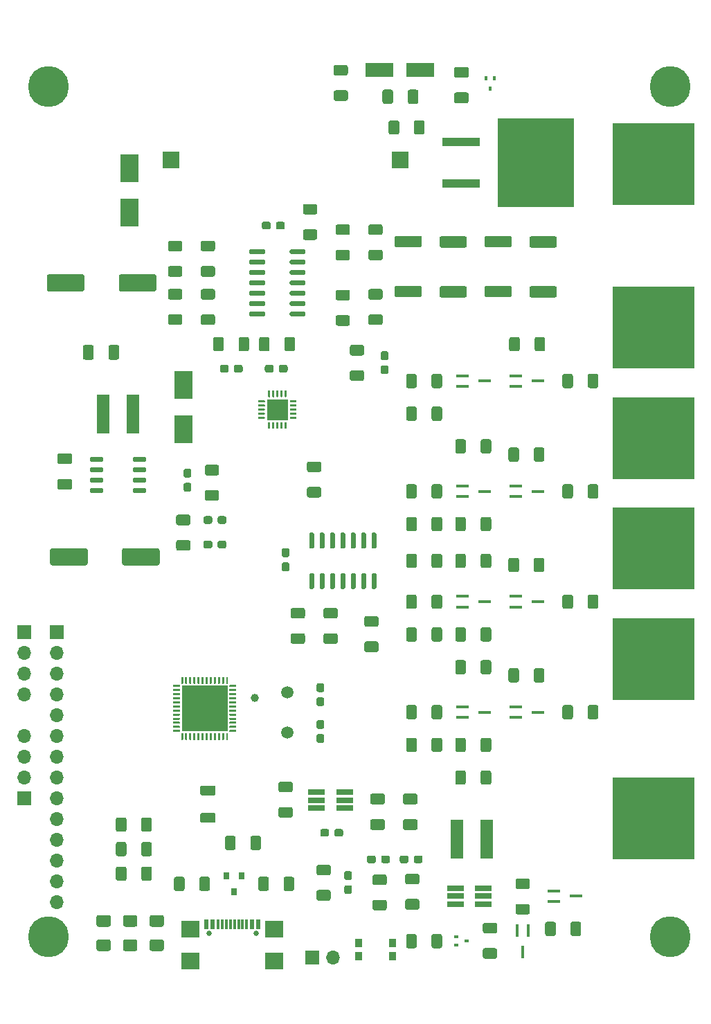
<source format=gts>
G04 #@! TF.GenerationSoftware,KiCad,Pcbnew,(5.1.10)-1*
G04 #@! TF.CreationDate,2021-09-06T19:40:46-04:00*
G04 #@! TF.ProjectId,Lithium_Ion_Pack,4c697468-6975-46d5-9f49-6f6e5f506163,A0*
G04 #@! TF.SameCoordinates,Original*
G04 #@! TF.FileFunction,Soldermask,Top*
G04 #@! TF.FilePolarity,Negative*
%FSLAX46Y46*%
G04 Gerber Fmt 4.6, Leading zero omitted, Abs format (unit mm)*
G04 Created by KiCad (PCBNEW (5.1.10)-1) date 2021-09-06 19:40:46*
%MOMM*%
%LPD*%
G01*
G04 APERTURE LIST*
%ADD10R,1.500000X0.450000*%
%ADD11R,1.500000X4.700000*%
%ADD12R,0.900000X1.000000*%
%ADD13O,1.700000X1.700000*%
%ADD14R,1.700000X1.700000*%
%ADD15C,1.000000*%
%ADD16R,2.000000X0.650000*%
%ADD17C,1.500000*%
%ADD18R,2.500000X2.500000*%
%ADD19R,5.600000X5.600000*%
%ADD20R,10.000000X10.000000*%
%ADD21R,9.400000X10.800000*%
%ADD22R,4.600000X1.100000*%
%ADD23R,0.400000X0.510000*%
%ADD24R,0.510000X0.400000*%
%ADD25R,0.600000X1.150000*%
%ADD26R,0.300000X1.150000*%
%ADD27R,2.180000X2.000000*%
%ADD28C,0.650000*%
%ADD29C,5.000000*%
%ADD30C,2.900000*%
%ADD31R,3.500000X1.800000*%
%ADD32R,0.800000X0.900000*%
%ADD33R,2.300000X3.500000*%
%ADD34R,0.450000X1.500000*%
%ADD35R,2.000000X2.000000*%
G04 APERTURE END LIST*
D10*
X165330000Y-121750000D03*
X162670000Y-122400000D03*
X162670000Y-121100000D03*
X165330000Y-108250000D03*
X162670000Y-108900000D03*
X162670000Y-107600000D03*
X165330000Y-94750000D03*
X162670000Y-95400000D03*
X162670000Y-94100000D03*
X165330000Y-81250000D03*
X162670000Y-81900000D03*
X162670000Y-80600000D03*
X170000000Y-144250000D03*
X167340000Y-144900000D03*
X167340000Y-143600000D03*
D11*
X155500000Y-137250000D03*
X159100000Y-137250000D03*
X115800000Y-85250000D03*
X112200000Y-85250000D03*
G36*
G01*
X116850000Y-136125000D02*
X116850000Y-134875000D01*
G75*
G02*
X117100000Y-134625000I250000J0D01*
G01*
X117900000Y-134625000D01*
G75*
G02*
X118150000Y-134875000I0J-250000D01*
G01*
X118150000Y-136125000D01*
G75*
G02*
X117900000Y-136375000I-250000J0D01*
G01*
X117100000Y-136375000D01*
G75*
G02*
X116850000Y-136125000I0J250000D01*
G01*
G37*
G36*
G01*
X113750000Y-136125000D02*
X113750000Y-134875000D01*
G75*
G02*
X114000000Y-134625000I250000J0D01*
G01*
X114800000Y-134625000D01*
G75*
G02*
X115050000Y-134875000I0J-250000D01*
G01*
X115050000Y-136125000D01*
G75*
G02*
X114800000Y-136375000I-250000J0D01*
G01*
X114000000Y-136375000D01*
G75*
G02*
X113750000Y-136125000I0J250000D01*
G01*
G37*
G36*
G01*
X116850000Y-139125000D02*
X116850000Y-137875000D01*
G75*
G02*
X117100000Y-137625000I250000J0D01*
G01*
X117900000Y-137625000D01*
G75*
G02*
X118150000Y-137875000I0J-250000D01*
G01*
X118150000Y-139125000D01*
G75*
G02*
X117900000Y-139375000I-250000J0D01*
G01*
X117100000Y-139375000D01*
G75*
G02*
X116850000Y-139125000I0J250000D01*
G01*
G37*
G36*
G01*
X113750000Y-139125000D02*
X113750000Y-137875000D01*
G75*
G02*
X114000000Y-137625000I250000J0D01*
G01*
X114800000Y-137625000D01*
G75*
G02*
X115050000Y-137875000I0J-250000D01*
G01*
X115050000Y-139125000D01*
G75*
G02*
X114800000Y-139375000I-250000J0D01*
G01*
X114000000Y-139375000D01*
G75*
G02*
X113750000Y-139125000I0J250000D01*
G01*
G37*
G36*
G01*
X116850000Y-142125000D02*
X116850000Y-140875000D01*
G75*
G02*
X117100000Y-140625000I250000J0D01*
G01*
X117900000Y-140625000D01*
G75*
G02*
X118150000Y-140875000I0J-250000D01*
G01*
X118150000Y-142125000D01*
G75*
G02*
X117900000Y-142375000I-250000J0D01*
G01*
X117100000Y-142375000D01*
G75*
G02*
X116850000Y-142125000I0J250000D01*
G01*
G37*
G36*
G01*
X113750000Y-142125000D02*
X113750000Y-140875000D01*
G75*
G02*
X114000000Y-140625000I250000J0D01*
G01*
X114800000Y-140625000D01*
G75*
G02*
X115050000Y-140875000I0J-250000D01*
G01*
X115050000Y-142125000D01*
G75*
G02*
X114800000Y-142375000I-250000J0D01*
G01*
X114000000Y-142375000D01*
G75*
G02*
X113750000Y-142125000I0J250000D01*
G01*
G37*
G36*
G01*
X119375000Y-147987500D02*
X118125000Y-147987500D01*
G75*
G02*
X117875000Y-147737500I0J250000D01*
G01*
X117875000Y-146812500D01*
G75*
G02*
X118125000Y-146562500I250000J0D01*
G01*
X119375000Y-146562500D01*
G75*
G02*
X119625000Y-146812500I0J-250000D01*
G01*
X119625000Y-147737500D01*
G75*
G02*
X119375000Y-147987500I-250000J0D01*
G01*
G37*
G36*
G01*
X119375000Y-150962500D02*
X118125000Y-150962500D01*
G75*
G02*
X117875000Y-150712500I0J250000D01*
G01*
X117875000Y-149787500D01*
G75*
G02*
X118125000Y-149537500I250000J0D01*
G01*
X119375000Y-149537500D01*
G75*
G02*
X119625000Y-149787500I0J-250000D01*
G01*
X119625000Y-150712500D01*
G75*
G02*
X119375000Y-150962500I-250000J0D01*
G01*
G37*
G36*
G01*
X116125000Y-147987500D02*
X114875000Y-147987500D01*
G75*
G02*
X114625000Y-147737500I0J250000D01*
G01*
X114625000Y-146812500D01*
G75*
G02*
X114875000Y-146562500I250000J0D01*
G01*
X116125000Y-146562500D01*
G75*
G02*
X116375000Y-146812500I0J-250000D01*
G01*
X116375000Y-147737500D01*
G75*
G02*
X116125000Y-147987500I-250000J0D01*
G01*
G37*
G36*
G01*
X116125000Y-150962500D02*
X114875000Y-150962500D01*
G75*
G02*
X114625000Y-150712500I0J250000D01*
G01*
X114625000Y-149787500D01*
G75*
G02*
X114875000Y-149537500I250000J0D01*
G01*
X116125000Y-149537500D01*
G75*
G02*
X116375000Y-149787500I0J-250000D01*
G01*
X116375000Y-150712500D01*
G75*
G02*
X116125000Y-150962500I-250000J0D01*
G01*
G37*
G36*
G01*
X112875000Y-147987500D02*
X111625000Y-147987500D01*
G75*
G02*
X111375000Y-147737500I0J250000D01*
G01*
X111375000Y-146812500D01*
G75*
G02*
X111625000Y-146562500I250000J0D01*
G01*
X112875000Y-146562500D01*
G75*
G02*
X113125000Y-146812500I0J-250000D01*
G01*
X113125000Y-147737500D01*
G75*
G02*
X112875000Y-147987500I-250000J0D01*
G01*
G37*
G36*
G01*
X112875000Y-150962500D02*
X111625000Y-150962500D01*
G75*
G02*
X111375000Y-150712500I0J250000D01*
G01*
X111375000Y-149787500D01*
G75*
G02*
X111625000Y-149537500I250000J0D01*
G01*
X112875000Y-149537500D01*
G75*
G02*
X113125000Y-149787500I0J-250000D01*
G01*
X113125000Y-150712500D01*
G75*
G02*
X112875000Y-150962500I-250000J0D01*
G01*
G37*
D12*
X147550000Y-151550000D03*
X147550000Y-149950000D03*
X143450000Y-151550000D03*
X143450000Y-149950000D03*
D13*
X140290000Y-151750000D03*
D14*
X137750000Y-151750000D03*
D15*
X130750000Y-120000000D03*
G36*
G01*
X130200000Y-138375000D02*
X130200000Y-137125000D01*
G75*
G02*
X130450000Y-136875000I250000J0D01*
G01*
X131250000Y-136875000D01*
G75*
G02*
X131500000Y-137125000I0J-250000D01*
G01*
X131500000Y-138375000D01*
G75*
G02*
X131250000Y-138625000I-250000J0D01*
G01*
X130450000Y-138625000D01*
G75*
G02*
X130200000Y-138375000I0J250000D01*
G01*
G37*
G36*
G01*
X127100000Y-138375000D02*
X127100000Y-137125000D01*
G75*
G02*
X127350000Y-136875000I250000J0D01*
G01*
X128150000Y-136875000D01*
G75*
G02*
X128400000Y-137125000I0J-250000D01*
G01*
X128400000Y-138375000D01*
G75*
G02*
X128150000Y-138625000I-250000J0D01*
G01*
X127350000Y-138625000D01*
G75*
G02*
X127100000Y-138375000I0J250000D01*
G01*
G37*
D16*
X141710000Y-131550000D03*
X141710000Y-132500000D03*
X141710000Y-133450000D03*
X138290000Y-133450000D03*
X138290000Y-132500000D03*
X138290000Y-131550000D03*
G36*
G01*
X146125000Y-71300000D02*
X144875000Y-71300000D01*
G75*
G02*
X144625000Y-71050000I0J250000D01*
G01*
X144625000Y-70250000D01*
G75*
G02*
X144875000Y-70000000I250000J0D01*
G01*
X146125000Y-70000000D01*
G75*
G02*
X146375000Y-70250000I0J-250000D01*
G01*
X146375000Y-71050000D01*
G75*
G02*
X146125000Y-71300000I-250000J0D01*
G01*
G37*
G36*
G01*
X146125000Y-74400000D02*
X144875000Y-74400000D01*
G75*
G02*
X144625000Y-74150000I0J250000D01*
G01*
X144625000Y-73350000D01*
G75*
G02*
X144875000Y-73100000I250000J0D01*
G01*
X146125000Y-73100000D01*
G75*
G02*
X146375000Y-73350000I0J-250000D01*
G01*
X146375000Y-74150000D01*
G75*
G02*
X146125000Y-74400000I-250000J0D01*
G01*
G37*
G36*
G01*
X142125000Y-71400000D02*
X140875000Y-71400000D01*
G75*
G02*
X140625000Y-71150000I0J250000D01*
G01*
X140625000Y-70350000D01*
G75*
G02*
X140875000Y-70100000I250000J0D01*
G01*
X142125000Y-70100000D01*
G75*
G02*
X142375000Y-70350000I0J-250000D01*
G01*
X142375000Y-71150000D01*
G75*
G02*
X142125000Y-71400000I-250000J0D01*
G01*
G37*
G36*
G01*
X142125000Y-74500000D02*
X140875000Y-74500000D01*
G75*
G02*
X140625000Y-74250000I0J250000D01*
G01*
X140625000Y-73450000D01*
G75*
G02*
X140875000Y-73200000I250000J0D01*
G01*
X142125000Y-73200000D01*
G75*
G02*
X142375000Y-73450000I0J-250000D01*
G01*
X142375000Y-74250000D01*
G75*
G02*
X142125000Y-74500000I-250000J0D01*
G01*
G37*
G36*
G01*
X152350000Y-103875000D02*
X152350000Y-102625000D01*
G75*
G02*
X152600000Y-102375000I250000J0D01*
G01*
X153400000Y-102375000D01*
G75*
G02*
X153650000Y-102625000I0J-250000D01*
G01*
X153650000Y-103875000D01*
G75*
G02*
X153400000Y-104125000I-250000J0D01*
G01*
X152600000Y-104125000D01*
G75*
G02*
X152350000Y-103875000I0J250000D01*
G01*
G37*
G36*
G01*
X149250000Y-103875000D02*
X149250000Y-102625000D01*
G75*
G02*
X149500000Y-102375000I250000J0D01*
G01*
X150300000Y-102375000D01*
G75*
G02*
X150550000Y-102625000I0J-250000D01*
G01*
X150550000Y-103875000D01*
G75*
G02*
X150300000Y-104125000I-250000J0D01*
G01*
X149500000Y-104125000D01*
G75*
G02*
X149250000Y-103875000I0J250000D01*
G01*
G37*
D17*
X134750000Y-119370000D03*
X134750000Y-124250000D03*
G36*
G01*
X137840000Y-101750000D02*
X137540000Y-101750000D01*
G75*
G02*
X137390000Y-101600000I0J150000D01*
G01*
X137390000Y-99950000D01*
G75*
G02*
X137540000Y-99800000I150000J0D01*
G01*
X137840000Y-99800000D01*
G75*
G02*
X137990000Y-99950000I0J-150000D01*
G01*
X137990000Y-101600000D01*
G75*
G02*
X137840000Y-101750000I-150000J0D01*
G01*
G37*
G36*
G01*
X139110000Y-101750000D02*
X138810000Y-101750000D01*
G75*
G02*
X138660000Y-101600000I0J150000D01*
G01*
X138660000Y-99950000D01*
G75*
G02*
X138810000Y-99800000I150000J0D01*
G01*
X139110000Y-99800000D01*
G75*
G02*
X139260000Y-99950000I0J-150000D01*
G01*
X139260000Y-101600000D01*
G75*
G02*
X139110000Y-101750000I-150000J0D01*
G01*
G37*
G36*
G01*
X140380000Y-101750000D02*
X140080000Y-101750000D01*
G75*
G02*
X139930000Y-101600000I0J150000D01*
G01*
X139930000Y-99950000D01*
G75*
G02*
X140080000Y-99800000I150000J0D01*
G01*
X140380000Y-99800000D01*
G75*
G02*
X140530000Y-99950000I0J-150000D01*
G01*
X140530000Y-101600000D01*
G75*
G02*
X140380000Y-101750000I-150000J0D01*
G01*
G37*
G36*
G01*
X141650000Y-101750000D02*
X141350000Y-101750000D01*
G75*
G02*
X141200000Y-101600000I0J150000D01*
G01*
X141200000Y-99950000D01*
G75*
G02*
X141350000Y-99800000I150000J0D01*
G01*
X141650000Y-99800000D01*
G75*
G02*
X141800000Y-99950000I0J-150000D01*
G01*
X141800000Y-101600000D01*
G75*
G02*
X141650000Y-101750000I-150000J0D01*
G01*
G37*
G36*
G01*
X142920000Y-101750000D02*
X142620000Y-101750000D01*
G75*
G02*
X142470000Y-101600000I0J150000D01*
G01*
X142470000Y-99950000D01*
G75*
G02*
X142620000Y-99800000I150000J0D01*
G01*
X142920000Y-99800000D01*
G75*
G02*
X143070000Y-99950000I0J-150000D01*
G01*
X143070000Y-101600000D01*
G75*
G02*
X142920000Y-101750000I-150000J0D01*
G01*
G37*
G36*
G01*
X144190000Y-101750000D02*
X143890000Y-101750000D01*
G75*
G02*
X143740000Y-101600000I0J150000D01*
G01*
X143740000Y-99950000D01*
G75*
G02*
X143890000Y-99800000I150000J0D01*
G01*
X144190000Y-99800000D01*
G75*
G02*
X144340000Y-99950000I0J-150000D01*
G01*
X144340000Y-101600000D01*
G75*
G02*
X144190000Y-101750000I-150000J0D01*
G01*
G37*
G36*
G01*
X145460000Y-101750000D02*
X145160000Y-101750000D01*
G75*
G02*
X145010000Y-101600000I0J150000D01*
G01*
X145010000Y-99950000D01*
G75*
G02*
X145160000Y-99800000I150000J0D01*
G01*
X145460000Y-99800000D01*
G75*
G02*
X145610000Y-99950000I0J-150000D01*
G01*
X145610000Y-101600000D01*
G75*
G02*
X145460000Y-101750000I-150000J0D01*
G01*
G37*
G36*
G01*
X145460000Y-106700000D02*
X145160000Y-106700000D01*
G75*
G02*
X145010000Y-106550000I0J150000D01*
G01*
X145010000Y-104900000D01*
G75*
G02*
X145160000Y-104750000I150000J0D01*
G01*
X145460000Y-104750000D01*
G75*
G02*
X145610000Y-104900000I0J-150000D01*
G01*
X145610000Y-106550000D01*
G75*
G02*
X145460000Y-106700000I-150000J0D01*
G01*
G37*
G36*
G01*
X144190000Y-106700000D02*
X143890000Y-106700000D01*
G75*
G02*
X143740000Y-106550000I0J150000D01*
G01*
X143740000Y-104900000D01*
G75*
G02*
X143890000Y-104750000I150000J0D01*
G01*
X144190000Y-104750000D01*
G75*
G02*
X144340000Y-104900000I0J-150000D01*
G01*
X144340000Y-106550000D01*
G75*
G02*
X144190000Y-106700000I-150000J0D01*
G01*
G37*
G36*
G01*
X142920000Y-106700000D02*
X142620000Y-106700000D01*
G75*
G02*
X142470000Y-106550000I0J150000D01*
G01*
X142470000Y-104900000D01*
G75*
G02*
X142620000Y-104750000I150000J0D01*
G01*
X142920000Y-104750000D01*
G75*
G02*
X143070000Y-104900000I0J-150000D01*
G01*
X143070000Y-106550000D01*
G75*
G02*
X142920000Y-106700000I-150000J0D01*
G01*
G37*
G36*
G01*
X141650000Y-106700000D02*
X141350000Y-106700000D01*
G75*
G02*
X141200000Y-106550000I0J150000D01*
G01*
X141200000Y-104900000D01*
G75*
G02*
X141350000Y-104750000I150000J0D01*
G01*
X141650000Y-104750000D01*
G75*
G02*
X141800000Y-104900000I0J-150000D01*
G01*
X141800000Y-106550000D01*
G75*
G02*
X141650000Y-106700000I-150000J0D01*
G01*
G37*
G36*
G01*
X140380000Y-106700000D02*
X140080000Y-106700000D01*
G75*
G02*
X139930000Y-106550000I0J150000D01*
G01*
X139930000Y-104900000D01*
G75*
G02*
X140080000Y-104750000I150000J0D01*
G01*
X140380000Y-104750000D01*
G75*
G02*
X140530000Y-104900000I0J-150000D01*
G01*
X140530000Y-106550000D01*
G75*
G02*
X140380000Y-106700000I-150000J0D01*
G01*
G37*
G36*
G01*
X139110000Y-106700000D02*
X138810000Y-106700000D01*
G75*
G02*
X138660000Y-106550000I0J150000D01*
G01*
X138660000Y-104900000D01*
G75*
G02*
X138810000Y-104750000I150000J0D01*
G01*
X139110000Y-104750000D01*
G75*
G02*
X139260000Y-104900000I0J-150000D01*
G01*
X139260000Y-106550000D01*
G75*
G02*
X139110000Y-106700000I-150000J0D01*
G01*
G37*
G36*
G01*
X137840000Y-106700000D02*
X137540000Y-106700000D01*
G75*
G02*
X137390000Y-106550000I0J150000D01*
G01*
X137390000Y-104900000D01*
G75*
G02*
X137540000Y-104750000I150000J0D01*
G01*
X137840000Y-104750000D01*
G75*
G02*
X137990000Y-104900000I0J-150000D01*
G01*
X137990000Y-106550000D01*
G75*
G02*
X137840000Y-106700000I-150000J0D01*
G01*
G37*
G36*
G01*
X135000000Y-65590000D02*
X135000000Y-65290000D01*
G75*
G02*
X135150000Y-65140000I150000J0D01*
G01*
X136800000Y-65140000D01*
G75*
G02*
X136950000Y-65290000I0J-150000D01*
G01*
X136950000Y-65590000D01*
G75*
G02*
X136800000Y-65740000I-150000J0D01*
G01*
X135150000Y-65740000D01*
G75*
G02*
X135000000Y-65590000I0J150000D01*
G01*
G37*
G36*
G01*
X135000000Y-66860000D02*
X135000000Y-66560000D01*
G75*
G02*
X135150000Y-66410000I150000J0D01*
G01*
X136800000Y-66410000D01*
G75*
G02*
X136950000Y-66560000I0J-150000D01*
G01*
X136950000Y-66860000D01*
G75*
G02*
X136800000Y-67010000I-150000J0D01*
G01*
X135150000Y-67010000D01*
G75*
G02*
X135000000Y-66860000I0J150000D01*
G01*
G37*
G36*
G01*
X135000000Y-68130000D02*
X135000000Y-67830000D01*
G75*
G02*
X135150000Y-67680000I150000J0D01*
G01*
X136800000Y-67680000D01*
G75*
G02*
X136950000Y-67830000I0J-150000D01*
G01*
X136950000Y-68130000D01*
G75*
G02*
X136800000Y-68280000I-150000J0D01*
G01*
X135150000Y-68280000D01*
G75*
G02*
X135000000Y-68130000I0J150000D01*
G01*
G37*
G36*
G01*
X135000000Y-69400000D02*
X135000000Y-69100000D01*
G75*
G02*
X135150000Y-68950000I150000J0D01*
G01*
X136800000Y-68950000D01*
G75*
G02*
X136950000Y-69100000I0J-150000D01*
G01*
X136950000Y-69400000D01*
G75*
G02*
X136800000Y-69550000I-150000J0D01*
G01*
X135150000Y-69550000D01*
G75*
G02*
X135000000Y-69400000I0J150000D01*
G01*
G37*
G36*
G01*
X135000000Y-70670000D02*
X135000000Y-70370000D01*
G75*
G02*
X135150000Y-70220000I150000J0D01*
G01*
X136800000Y-70220000D01*
G75*
G02*
X136950000Y-70370000I0J-150000D01*
G01*
X136950000Y-70670000D01*
G75*
G02*
X136800000Y-70820000I-150000J0D01*
G01*
X135150000Y-70820000D01*
G75*
G02*
X135000000Y-70670000I0J150000D01*
G01*
G37*
G36*
G01*
X135000000Y-71940000D02*
X135000000Y-71640000D01*
G75*
G02*
X135150000Y-71490000I150000J0D01*
G01*
X136800000Y-71490000D01*
G75*
G02*
X136950000Y-71640000I0J-150000D01*
G01*
X136950000Y-71940000D01*
G75*
G02*
X136800000Y-72090000I-150000J0D01*
G01*
X135150000Y-72090000D01*
G75*
G02*
X135000000Y-71940000I0J150000D01*
G01*
G37*
G36*
G01*
X135000000Y-73210000D02*
X135000000Y-72910000D01*
G75*
G02*
X135150000Y-72760000I150000J0D01*
G01*
X136800000Y-72760000D01*
G75*
G02*
X136950000Y-72910000I0J-150000D01*
G01*
X136950000Y-73210000D01*
G75*
G02*
X136800000Y-73360000I-150000J0D01*
G01*
X135150000Y-73360000D01*
G75*
G02*
X135000000Y-73210000I0J150000D01*
G01*
G37*
G36*
G01*
X130050000Y-73210000D02*
X130050000Y-72910000D01*
G75*
G02*
X130200000Y-72760000I150000J0D01*
G01*
X131850000Y-72760000D01*
G75*
G02*
X132000000Y-72910000I0J-150000D01*
G01*
X132000000Y-73210000D01*
G75*
G02*
X131850000Y-73360000I-150000J0D01*
G01*
X130200000Y-73360000D01*
G75*
G02*
X130050000Y-73210000I0J150000D01*
G01*
G37*
G36*
G01*
X130050000Y-71940000D02*
X130050000Y-71640000D01*
G75*
G02*
X130200000Y-71490000I150000J0D01*
G01*
X131850000Y-71490000D01*
G75*
G02*
X132000000Y-71640000I0J-150000D01*
G01*
X132000000Y-71940000D01*
G75*
G02*
X131850000Y-72090000I-150000J0D01*
G01*
X130200000Y-72090000D01*
G75*
G02*
X130050000Y-71940000I0J150000D01*
G01*
G37*
G36*
G01*
X130050000Y-70670000D02*
X130050000Y-70370000D01*
G75*
G02*
X130200000Y-70220000I150000J0D01*
G01*
X131850000Y-70220000D01*
G75*
G02*
X132000000Y-70370000I0J-150000D01*
G01*
X132000000Y-70670000D01*
G75*
G02*
X131850000Y-70820000I-150000J0D01*
G01*
X130200000Y-70820000D01*
G75*
G02*
X130050000Y-70670000I0J150000D01*
G01*
G37*
G36*
G01*
X130050000Y-69400000D02*
X130050000Y-69100000D01*
G75*
G02*
X130200000Y-68950000I150000J0D01*
G01*
X131850000Y-68950000D01*
G75*
G02*
X132000000Y-69100000I0J-150000D01*
G01*
X132000000Y-69400000D01*
G75*
G02*
X131850000Y-69550000I-150000J0D01*
G01*
X130200000Y-69550000D01*
G75*
G02*
X130050000Y-69400000I0J150000D01*
G01*
G37*
G36*
G01*
X130050000Y-68130000D02*
X130050000Y-67830000D01*
G75*
G02*
X130200000Y-67680000I150000J0D01*
G01*
X131850000Y-67680000D01*
G75*
G02*
X132000000Y-67830000I0J-150000D01*
G01*
X132000000Y-68130000D01*
G75*
G02*
X131850000Y-68280000I-150000J0D01*
G01*
X130200000Y-68280000D01*
G75*
G02*
X130050000Y-68130000I0J150000D01*
G01*
G37*
G36*
G01*
X130050000Y-66860000D02*
X130050000Y-66560000D01*
G75*
G02*
X130200000Y-66410000I150000J0D01*
G01*
X131850000Y-66410000D01*
G75*
G02*
X132000000Y-66560000I0J-150000D01*
G01*
X132000000Y-66860000D01*
G75*
G02*
X131850000Y-67010000I-150000J0D01*
G01*
X130200000Y-67010000D01*
G75*
G02*
X130050000Y-66860000I0J150000D01*
G01*
G37*
G36*
G01*
X130050000Y-65590000D02*
X130050000Y-65290000D01*
G75*
G02*
X130200000Y-65140000I150000J0D01*
G01*
X131850000Y-65140000D01*
G75*
G02*
X132000000Y-65290000I0J-150000D01*
G01*
X132000000Y-65590000D01*
G75*
G02*
X131850000Y-65740000I-150000J0D01*
G01*
X130200000Y-65740000D01*
G75*
G02*
X130050000Y-65590000I0J150000D01*
G01*
G37*
D16*
X158710000Y-143300000D03*
X158710000Y-144250000D03*
X158710000Y-145200000D03*
X155290000Y-145200000D03*
X155290000Y-144250000D03*
X155290000Y-143300000D03*
G36*
G01*
X115800000Y-90995000D02*
X115800000Y-90695000D01*
G75*
G02*
X115950000Y-90545000I150000J0D01*
G01*
X117300000Y-90545000D01*
G75*
G02*
X117450000Y-90695000I0J-150000D01*
G01*
X117450000Y-90995000D01*
G75*
G02*
X117300000Y-91145000I-150000J0D01*
G01*
X115950000Y-91145000D01*
G75*
G02*
X115800000Y-90995000I0J150000D01*
G01*
G37*
G36*
G01*
X115800000Y-92265000D02*
X115800000Y-91965000D01*
G75*
G02*
X115950000Y-91815000I150000J0D01*
G01*
X117300000Y-91815000D01*
G75*
G02*
X117450000Y-91965000I0J-150000D01*
G01*
X117450000Y-92265000D01*
G75*
G02*
X117300000Y-92415000I-150000J0D01*
G01*
X115950000Y-92415000D01*
G75*
G02*
X115800000Y-92265000I0J150000D01*
G01*
G37*
G36*
G01*
X115800000Y-93535000D02*
X115800000Y-93235000D01*
G75*
G02*
X115950000Y-93085000I150000J0D01*
G01*
X117300000Y-93085000D01*
G75*
G02*
X117450000Y-93235000I0J-150000D01*
G01*
X117450000Y-93535000D01*
G75*
G02*
X117300000Y-93685000I-150000J0D01*
G01*
X115950000Y-93685000D01*
G75*
G02*
X115800000Y-93535000I0J150000D01*
G01*
G37*
G36*
G01*
X115800000Y-94805000D02*
X115800000Y-94505000D01*
G75*
G02*
X115950000Y-94355000I150000J0D01*
G01*
X117300000Y-94355000D01*
G75*
G02*
X117450000Y-94505000I0J-150000D01*
G01*
X117450000Y-94805000D01*
G75*
G02*
X117300000Y-94955000I-150000J0D01*
G01*
X115950000Y-94955000D01*
G75*
G02*
X115800000Y-94805000I0J150000D01*
G01*
G37*
G36*
G01*
X110550000Y-94805000D02*
X110550000Y-94505000D01*
G75*
G02*
X110700000Y-94355000I150000J0D01*
G01*
X112050000Y-94355000D01*
G75*
G02*
X112200000Y-94505000I0J-150000D01*
G01*
X112200000Y-94805000D01*
G75*
G02*
X112050000Y-94955000I-150000J0D01*
G01*
X110700000Y-94955000D01*
G75*
G02*
X110550000Y-94805000I0J150000D01*
G01*
G37*
G36*
G01*
X110550000Y-93535000D02*
X110550000Y-93235000D01*
G75*
G02*
X110700000Y-93085000I150000J0D01*
G01*
X112050000Y-93085000D01*
G75*
G02*
X112200000Y-93235000I0J-150000D01*
G01*
X112200000Y-93535000D01*
G75*
G02*
X112050000Y-93685000I-150000J0D01*
G01*
X110700000Y-93685000D01*
G75*
G02*
X110550000Y-93535000I0J150000D01*
G01*
G37*
G36*
G01*
X110550000Y-92265000D02*
X110550000Y-91965000D01*
G75*
G02*
X110700000Y-91815000I150000J0D01*
G01*
X112050000Y-91815000D01*
G75*
G02*
X112200000Y-91965000I0J-150000D01*
G01*
X112200000Y-92265000D01*
G75*
G02*
X112050000Y-92415000I-150000J0D01*
G01*
X110700000Y-92415000D01*
G75*
G02*
X110550000Y-92265000I0J150000D01*
G01*
G37*
G36*
G01*
X110550000Y-90995000D02*
X110550000Y-90695000D01*
G75*
G02*
X110700000Y-90545000I150000J0D01*
G01*
X112050000Y-90545000D01*
G75*
G02*
X112200000Y-90695000I0J-150000D01*
G01*
X112200000Y-90995000D01*
G75*
G02*
X112050000Y-91145000I-150000J0D01*
G01*
X110700000Y-91145000D01*
G75*
G02*
X110550000Y-90995000I0J150000D01*
G01*
G37*
D18*
X133500000Y-84750000D03*
G36*
G01*
X131912500Y-85875000D02*
X131212500Y-85875000D01*
G75*
G02*
X131150000Y-85812500I0J62500D01*
G01*
X131150000Y-85687500D01*
G75*
G02*
X131212500Y-85625000I62500J0D01*
G01*
X131912500Y-85625000D01*
G75*
G02*
X131975000Y-85687500I0J-62500D01*
G01*
X131975000Y-85812500D01*
G75*
G02*
X131912500Y-85875000I-62500J0D01*
G01*
G37*
G36*
G01*
X131912500Y-85375000D02*
X131212500Y-85375000D01*
G75*
G02*
X131150000Y-85312500I0J62500D01*
G01*
X131150000Y-85187500D01*
G75*
G02*
X131212500Y-85125000I62500J0D01*
G01*
X131912500Y-85125000D01*
G75*
G02*
X131975000Y-85187500I0J-62500D01*
G01*
X131975000Y-85312500D01*
G75*
G02*
X131912500Y-85375000I-62500J0D01*
G01*
G37*
G36*
G01*
X131912500Y-84875000D02*
X131212500Y-84875000D01*
G75*
G02*
X131150000Y-84812500I0J62500D01*
G01*
X131150000Y-84687500D01*
G75*
G02*
X131212500Y-84625000I62500J0D01*
G01*
X131912500Y-84625000D01*
G75*
G02*
X131975000Y-84687500I0J-62500D01*
G01*
X131975000Y-84812500D01*
G75*
G02*
X131912500Y-84875000I-62500J0D01*
G01*
G37*
G36*
G01*
X131912500Y-84375000D02*
X131212500Y-84375000D01*
G75*
G02*
X131150000Y-84312500I0J62500D01*
G01*
X131150000Y-84187500D01*
G75*
G02*
X131212500Y-84125000I62500J0D01*
G01*
X131912500Y-84125000D01*
G75*
G02*
X131975000Y-84187500I0J-62500D01*
G01*
X131975000Y-84312500D01*
G75*
G02*
X131912500Y-84375000I-62500J0D01*
G01*
G37*
G36*
G01*
X131912500Y-83875000D02*
X131212500Y-83875000D01*
G75*
G02*
X131150000Y-83812500I0J62500D01*
G01*
X131150000Y-83687500D01*
G75*
G02*
X131212500Y-83625000I62500J0D01*
G01*
X131912500Y-83625000D01*
G75*
G02*
X131975000Y-83687500I0J-62500D01*
G01*
X131975000Y-83812500D01*
G75*
G02*
X131912500Y-83875000I-62500J0D01*
G01*
G37*
G36*
G01*
X132562500Y-83225000D02*
X132437500Y-83225000D01*
G75*
G02*
X132375000Y-83162500I0J62500D01*
G01*
X132375000Y-82462500D01*
G75*
G02*
X132437500Y-82400000I62500J0D01*
G01*
X132562500Y-82400000D01*
G75*
G02*
X132625000Y-82462500I0J-62500D01*
G01*
X132625000Y-83162500D01*
G75*
G02*
X132562500Y-83225000I-62500J0D01*
G01*
G37*
G36*
G01*
X133062500Y-83225000D02*
X132937500Y-83225000D01*
G75*
G02*
X132875000Y-83162500I0J62500D01*
G01*
X132875000Y-82462500D01*
G75*
G02*
X132937500Y-82400000I62500J0D01*
G01*
X133062500Y-82400000D01*
G75*
G02*
X133125000Y-82462500I0J-62500D01*
G01*
X133125000Y-83162500D01*
G75*
G02*
X133062500Y-83225000I-62500J0D01*
G01*
G37*
G36*
G01*
X133562500Y-83225000D02*
X133437500Y-83225000D01*
G75*
G02*
X133375000Y-83162500I0J62500D01*
G01*
X133375000Y-82462500D01*
G75*
G02*
X133437500Y-82400000I62500J0D01*
G01*
X133562500Y-82400000D01*
G75*
G02*
X133625000Y-82462500I0J-62500D01*
G01*
X133625000Y-83162500D01*
G75*
G02*
X133562500Y-83225000I-62500J0D01*
G01*
G37*
G36*
G01*
X134062500Y-83225000D02*
X133937500Y-83225000D01*
G75*
G02*
X133875000Y-83162500I0J62500D01*
G01*
X133875000Y-82462500D01*
G75*
G02*
X133937500Y-82400000I62500J0D01*
G01*
X134062500Y-82400000D01*
G75*
G02*
X134125000Y-82462500I0J-62500D01*
G01*
X134125000Y-83162500D01*
G75*
G02*
X134062500Y-83225000I-62500J0D01*
G01*
G37*
G36*
G01*
X134562500Y-83225000D02*
X134437500Y-83225000D01*
G75*
G02*
X134375000Y-83162500I0J62500D01*
G01*
X134375000Y-82462500D01*
G75*
G02*
X134437500Y-82400000I62500J0D01*
G01*
X134562500Y-82400000D01*
G75*
G02*
X134625000Y-82462500I0J-62500D01*
G01*
X134625000Y-83162500D01*
G75*
G02*
X134562500Y-83225000I-62500J0D01*
G01*
G37*
G36*
G01*
X135787500Y-83875000D02*
X135087500Y-83875000D01*
G75*
G02*
X135025000Y-83812500I0J62500D01*
G01*
X135025000Y-83687500D01*
G75*
G02*
X135087500Y-83625000I62500J0D01*
G01*
X135787500Y-83625000D01*
G75*
G02*
X135850000Y-83687500I0J-62500D01*
G01*
X135850000Y-83812500D01*
G75*
G02*
X135787500Y-83875000I-62500J0D01*
G01*
G37*
G36*
G01*
X135787500Y-84375000D02*
X135087500Y-84375000D01*
G75*
G02*
X135025000Y-84312500I0J62500D01*
G01*
X135025000Y-84187500D01*
G75*
G02*
X135087500Y-84125000I62500J0D01*
G01*
X135787500Y-84125000D01*
G75*
G02*
X135850000Y-84187500I0J-62500D01*
G01*
X135850000Y-84312500D01*
G75*
G02*
X135787500Y-84375000I-62500J0D01*
G01*
G37*
G36*
G01*
X135787500Y-84875000D02*
X135087500Y-84875000D01*
G75*
G02*
X135025000Y-84812500I0J62500D01*
G01*
X135025000Y-84687500D01*
G75*
G02*
X135087500Y-84625000I62500J0D01*
G01*
X135787500Y-84625000D01*
G75*
G02*
X135850000Y-84687500I0J-62500D01*
G01*
X135850000Y-84812500D01*
G75*
G02*
X135787500Y-84875000I-62500J0D01*
G01*
G37*
G36*
G01*
X135787500Y-85375000D02*
X135087500Y-85375000D01*
G75*
G02*
X135025000Y-85312500I0J62500D01*
G01*
X135025000Y-85187500D01*
G75*
G02*
X135087500Y-85125000I62500J0D01*
G01*
X135787500Y-85125000D01*
G75*
G02*
X135850000Y-85187500I0J-62500D01*
G01*
X135850000Y-85312500D01*
G75*
G02*
X135787500Y-85375000I-62500J0D01*
G01*
G37*
G36*
G01*
X135787500Y-85875000D02*
X135087500Y-85875000D01*
G75*
G02*
X135025000Y-85812500I0J62500D01*
G01*
X135025000Y-85687500D01*
G75*
G02*
X135087500Y-85625000I62500J0D01*
G01*
X135787500Y-85625000D01*
G75*
G02*
X135850000Y-85687500I0J-62500D01*
G01*
X135850000Y-85812500D01*
G75*
G02*
X135787500Y-85875000I-62500J0D01*
G01*
G37*
G36*
G01*
X134562500Y-87100000D02*
X134437500Y-87100000D01*
G75*
G02*
X134375000Y-87037500I0J62500D01*
G01*
X134375000Y-86337500D01*
G75*
G02*
X134437500Y-86275000I62500J0D01*
G01*
X134562500Y-86275000D01*
G75*
G02*
X134625000Y-86337500I0J-62500D01*
G01*
X134625000Y-87037500D01*
G75*
G02*
X134562500Y-87100000I-62500J0D01*
G01*
G37*
G36*
G01*
X134062500Y-87100000D02*
X133937500Y-87100000D01*
G75*
G02*
X133875000Y-87037500I0J62500D01*
G01*
X133875000Y-86337500D01*
G75*
G02*
X133937500Y-86275000I62500J0D01*
G01*
X134062500Y-86275000D01*
G75*
G02*
X134125000Y-86337500I0J-62500D01*
G01*
X134125000Y-87037500D01*
G75*
G02*
X134062500Y-87100000I-62500J0D01*
G01*
G37*
G36*
G01*
X133562500Y-87100000D02*
X133437500Y-87100000D01*
G75*
G02*
X133375000Y-87037500I0J62500D01*
G01*
X133375000Y-86337500D01*
G75*
G02*
X133437500Y-86275000I62500J0D01*
G01*
X133562500Y-86275000D01*
G75*
G02*
X133625000Y-86337500I0J-62500D01*
G01*
X133625000Y-87037500D01*
G75*
G02*
X133562500Y-87100000I-62500J0D01*
G01*
G37*
G36*
G01*
X133062500Y-87100000D02*
X132937500Y-87100000D01*
G75*
G02*
X132875000Y-87037500I0J62500D01*
G01*
X132875000Y-86337500D01*
G75*
G02*
X132937500Y-86275000I62500J0D01*
G01*
X133062500Y-86275000D01*
G75*
G02*
X133125000Y-86337500I0J-62500D01*
G01*
X133125000Y-87037500D01*
G75*
G02*
X133062500Y-87100000I-62500J0D01*
G01*
G37*
G36*
G01*
X132562500Y-87100000D02*
X132437500Y-87100000D01*
G75*
G02*
X132375000Y-87037500I0J62500D01*
G01*
X132375000Y-86337500D01*
G75*
G02*
X132437500Y-86275000I62500J0D01*
G01*
X132562500Y-86275000D01*
G75*
G02*
X132625000Y-86337500I0J-62500D01*
G01*
X132625000Y-87037500D01*
G75*
G02*
X132562500Y-87100000I-62500J0D01*
G01*
G37*
D19*
X124600000Y-121300000D03*
G36*
G01*
X127475000Y-124362500D02*
X127475000Y-125112500D01*
G75*
G02*
X127412500Y-125175000I-62500J0D01*
G01*
X127287500Y-125175000D01*
G75*
G02*
X127225000Y-125112500I0J62500D01*
G01*
X127225000Y-124362500D01*
G75*
G02*
X127287500Y-124300000I62500J0D01*
G01*
X127412500Y-124300000D01*
G75*
G02*
X127475000Y-124362500I0J-62500D01*
G01*
G37*
G36*
G01*
X126975000Y-124362500D02*
X126975000Y-125112500D01*
G75*
G02*
X126912500Y-125175000I-62500J0D01*
G01*
X126787500Y-125175000D01*
G75*
G02*
X126725000Y-125112500I0J62500D01*
G01*
X126725000Y-124362500D01*
G75*
G02*
X126787500Y-124300000I62500J0D01*
G01*
X126912500Y-124300000D01*
G75*
G02*
X126975000Y-124362500I0J-62500D01*
G01*
G37*
G36*
G01*
X126475000Y-124362500D02*
X126475000Y-125112500D01*
G75*
G02*
X126412500Y-125175000I-62500J0D01*
G01*
X126287500Y-125175000D01*
G75*
G02*
X126225000Y-125112500I0J62500D01*
G01*
X126225000Y-124362500D01*
G75*
G02*
X126287500Y-124300000I62500J0D01*
G01*
X126412500Y-124300000D01*
G75*
G02*
X126475000Y-124362500I0J-62500D01*
G01*
G37*
G36*
G01*
X125975000Y-124362500D02*
X125975000Y-125112500D01*
G75*
G02*
X125912500Y-125175000I-62500J0D01*
G01*
X125787500Y-125175000D01*
G75*
G02*
X125725000Y-125112500I0J62500D01*
G01*
X125725000Y-124362500D01*
G75*
G02*
X125787500Y-124300000I62500J0D01*
G01*
X125912500Y-124300000D01*
G75*
G02*
X125975000Y-124362500I0J-62500D01*
G01*
G37*
G36*
G01*
X125475000Y-124362500D02*
X125475000Y-125112500D01*
G75*
G02*
X125412500Y-125175000I-62500J0D01*
G01*
X125287500Y-125175000D01*
G75*
G02*
X125225000Y-125112500I0J62500D01*
G01*
X125225000Y-124362500D01*
G75*
G02*
X125287500Y-124300000I62500J0D01*
G01*
X125412500Y-124300000D01*
G75*
G02*
X125475000Y-124362500I0J-62500D01*
G01*
G37*
G36*
G01*
X124975000Y-124362500D02*
X124975000Y-125112500D01*
G75*
G02*
X124912500Y-125175000I-62500J0D01*
G01*
X124787500Y-125175000D01*
G75*
G02*
X124725000Y-125112500I0J62500D01*
G01*
X124725000Y-124362500D01*
G75*
G02*
X124787500Y-124300000I62500J0D01*
G01*
X124912500Y-124300000D01*
G75*
G02*
X124975000Y-124362500I0J-62500D01*
G01*
G37*
G36*
G01*
X124475000Y-124362500D02*
X124475000Y-125112500D01*
G75*
G02*
X124412500Y-125175000I-62500J0D01*
G01*
X124287500Y-125175000D01*
G75*
G02*
X124225000Y-125112500I0J62500D01*
G01*
X124225000Y-124362500D01*
G75*
G02*
X124287500Y-124300000I62500J0D01*
G01*
X124412500Y-124300000D01*
G75*
G02*
X124475000Y-124362500I0J-62500D01*
G01*
G37*
G36*
G01*
X123975000Y-124362500D02*
X123975000Y-125112500D01*
G75*
G02*
X123912500Y-125175000I-62500J0D01*
G01*
X123787500Y-125175000D01*
G75*
G02*
X123725000Y-125112500I0J62500D01*
G01*
X123725000Y-124362500D01*
G75*
G02*
X123787500Y-124300000I62500J0D01*
G01*
X123912500Y-124300000D01*
G75*
G02*
X123975000Y-124362500I0J-62500D01*
G01*
G37*
G36*
G01*
X123475000Y-124362500D02*
X123475000Y-125112500D01*
G75*
G02*
X123412500Y-125175000I-62500J0D01*
G01*
X123287500Y-125175000D01*
G75*
G02*
X123225000Y-125112500I0J62500D01*
G01*
X123225000Y-124362500D01*
G75*
G02*
X123287500Y-124300000I62500J0D01*
G01*
X123412500Y-124300000D01*
G75*
G02*
X123475000Y-124362500I0J-62500D01*
G01*
G37*
G36*
G01*
X122975000Y-124362500D02*
X122975000Y-125112500D01*
G75*
G02*
X122912500Y-125175000I-62500J0D01*
G01*
X122787500Y-125175000D01*
G75*
G02*
X122725000Y-125112500I0J62500D01*
G01*
X122725000Y-124362500D01*
G75*
G02*
X122787500Y-124300000I62500J0D01*
G01*
X122912500Y-124300000D01*
G75*
G02*
X122975000Y-124362500I0J-62500D01*
G01*
G37*
G36*
G01*
X122475000Y-124362500D02*
X122475000Y-125112500D01*
G75*
G02*
X122412500Y-125175000I-62500J0D01*
G01*
X122287500Y-125175000D01*
G75*
G02*
X122225000Y-125112500I0J62500D01*
G01*
X122225000Y-124362500D01*
G75*
G02*
X122287500Y-124300000I62500J0D01*
G01*
X122412500Y-124300000D01*
G75*
G02*
X122475000Y-124362500I0J-62500D01*
G01*
G37*
G36*
G01*
X121975000Y-124362500D02*
X121975000Y-125112500D01*
G75*
G02*
X121912500Y-125175000I-62500J0D01*
G01*
X121787500Y-125175000D01*
G75*
G02*
X121725000Y-125112500I0J62500D01*
G01*
X121725000Y-124362500D01*
G75*
G02*
X121787500Y-124300000I62500J0D01*
G01*
X121912500Y-124300000D01*
G75*
G02*
X121975000Y-124362500I0J-62500D01*
G01*
G37*
G36*
G01*
X121600000Y-123987500D02*
X121600000Y-124112500D01*
G75*
G02*
X121537500Y-124175000I-62500J0D01*
G01*
X120787500Y-124175000D01*
G75*
G02*
X120725000Y-124112500I0J62500D01*
G01*
X120725000Y-123987500D01*
G75*
G02*
X120787500Y-123925000I62500J0D01*
G01*
X121537500Y-123925000D01*
G75*
G02*
X121600000Y-123987500I0J-62500D01*
G01*
G37*
G36*
G01*
X121600000Y-123487500D02*
X121600000Y-123612500D01*
G75*
G02*
X121537500Y-123675000I-62500J0D01*
G01*
X120787500Y-123675000D01*
G75*
G02*
X120725000Y-123612500I0J62500D01*
G01*
X120725000Y-123487500D01*
G75*
G02*
X120787500Y-123425000I62500J0D01*
G01*
X121537500Y-123425000D01*
G75*
G02*
X121600000Y-123487500I0J-62500D01*
G01*
G37*
G36*
G01*
X121600000Y-122987500D02*
X121600000Y-123112500D01*
G75*
G02*
X121537500Y-123175000I-62500J0D01*
G01*
X120787500Y-123175000D01*
G75*
G02*
X120725000Y-123112500I0J62500D01*
G01*
X120725000Y-122987500D01*
G75*
G02*
X120787500Y-122925000I62500J0D01*
G01*
X121537500Y-122925000D01*
G75*
G02*
X121600000Y-122987500I0J-62500D01*
G01*
G37*
G36*
G01*
X121600000Y-122487500D02*
X121600000Y-122612500D01*
G75*
G02*
X121537500Y-122675000I-62500J0D01*
G01*
X120787500Y-122675000D01*
G75*
G02*
X120725000Y-122612500I0J62500D01*
G01*
X120725000Y-122487500D01*
G75*
G02*
X120787500Y-122425000I62500J0D01*
G01*
X121537500Y-122425000D01*
G75*
G02*
X121600000Y-122487500I0J-62500D01*
G01*
G37*
G36*
G01*
X121600000Y-121987500D02*
X121600000Y-122112500D01*
G75*
G02*
X121537500Y-122175000I-62500J0D01*
G01*
X120787500Y-122175000D01*
G75*
G02*
X120725000Y-122112500I0J62500D01*
G01*
X120725000Y-121987500D01*
G75*
G02*
X120787500Y-121925000I62500J0D01*
G01*
X121537500Y-121925000D01*
G75*
G02*
X121600000Y-121987500I0J-62500D01*
G01*
G37*
G36*
G01*
X121600000Y-121487500D02*
X121600000Y-121612500D01*
G75*
G02*
X121537500Y-121675000I-62500J0D01*
G01*
X120787500Y-121675000D01*
G75*
G02*
X120725000Y-121612500I0J62500D01*
G01*
X120725000Y-121487500D01*
G75*
G02*
X120787500Y-121425000I62500J0D01*
G01*
X121537500Y-121425000D01*
G75*
G02*
X121600000Y-121487500I0J-62500D01*
G01*
G37*
G36*
G01*
X121600000Y-120987500D02*
X121600000Y-121112500D01*
G75*
G02*
X121537500Y-121175000I-62500J0D01*
G01*
X120787500Y-121175000D01*
G75*
G02*
X120725000Y-121112500I0J62500D01*
G01*
X120725000Y-120987500D01*
G75*
G02*
X120787500Y-120925000I62500J0D01*
G01*
X121537500Y-120925000D01*
G75*
G02*
X121600000Y-120987500I0J-62500D01*
G01*
G37*
G36*
G01*
X121600000Y-120487500D02*
X121600000Y-120612500D01*
G75*
G02*
X121537500Y-120675000I-62500J0D01*
G01*
X120787500Y-120675000D01*
G75*
G02*
X120725000Y-120612500I0J62500D01*
G01*
X120725000Y-120487500D01*
G75*
G02*
X120787500Y-120425000I62500J0D01*
G01*
X121537500Y-120425000D01*
G75*
G02*
X121600000Y-120487500I0J-62500D01*
G01*
G37*
G36*
G01*
X121600000Y-119987500D02*
X121600000Y-120112500D01*
G75*
G02*
X121537500Y-120175000I-62500J0D01*
G01*
X120787500Y-120175000D01*
G75*
G02*
X120725000Y-120112500I0J62500D01*
G01*
X120725000Y-119987500D01*
G75*
G02*
X120787500Y-119925000I62500J0D01*
G01*
X121537500Y-119925000D01*
G75*
G02*
X121600000Y-119987500I0J-62500D01*
G01*
G37*
G36*
G01*
X121600000Y-119487500D02*
X121600000Y-119612500D01*
G75*
G02*
X121537500Y-119675000I-62500J0D01*
G01*
X120787500Y-119675000D01*
G75*
G02*
X120725000Y-119612500I0J62500D01*
G01*
X120725000Y-119487500D01*
G75*
G02*
X120787500Y-119425000I62500J0D01*
G01*
X121537500Y-119425000D01*
G75*
G02*
X121600000Y-119487500I0J-62500D01*
G01*
G37*
G36*
G01*
X121600000Y-118987500D02*
X121600000Y-119112500D01*
G75*
G02*
X121537500Y-119175000I-62500J0D01*
G01*
X120787500Y-119175000D01*
G75*
G02*
X120725000Y-119112500I0J62500D01*
G01*
X120725000Y-118987500D01*
G75*
G02*
X120787500Y-118925000I62500J0D01*
G01*
X121537500Y-118925000D01*
G75*
G02*
X121600000Y-118987500I0J-62500D01*
G01*
G37*
G36*
G01*
X121600000Y-118487500D02*
X121600000Y-118612500D01*
G75*
G02*
X121537500Y-118675000I-62500J0D01*
G01*
X120787500Y-118675000D01*
G75*
G02*
X120725000Y-118612500I0J62500D01*
G01*
X120725000Y-118487500D01*
G75*
G02*
X120787500Y-118425000I62500J0D01*
G01*
X121537500Y-118425000D01*
G75*
G02*
X121600000Y-118487500I0J-62500D01*
G01*
G37*
G36*
G01*
X121975000Y-117487500D02*
X121975000Y-118237500D01*
G75*
G02*
X121912500Y-118300000I-62500J0D01*
G01*
X121787500Y-118300000D01*
G75*
G02*
X121725000Y-118237500I0J62500D01*
G01*
X121725000Y-117487500D01*
G75*
G02*
X121787500Y-117425000I62500J0D01*
G01*
X121912500Y-117425000D01*
G75*
G02*
X121975000Y-117487500I0J-62500D01*
G01*
G37*
G36*
G01*
X122475000Y-117487500D02*
X122475000Y-118237500D01*
G75*
G02*
X122412500Y-118300000I-62500J0D01*
G01*
X122287500Y-118300000D01*
G75*
G02*
X122225000Y-118237500I0J62500D01*
G01*
X122225000Y-117487500D01*
G75*
G02*
X122287500Y-117425000I62500J0D01*
G01*
X122412500Y-117425000D01*
G75*
G02*
X122475000Y-117487500I0J-62500D01*
G01*
G37*
G36*
G01*
X122975000Y-117487500D02*
X122975000Y-118237500D01*
G75*
G02*
X122912500Y-118300000I-62500J0D01*
G01*
X122787500Y-118300000D01*
G75*
G02*
X122725000Y-118237500I0J62500D01*
G01*
X122725000Y-117487500D01*
G75*
G02*
X122787500Y-117425000I62500J0D01*
G01*
X122912500Y-117425000D01*
G75*
G02*
X122975000Y-117487500I0J-62500D01*
G01*
G37*
G36*
G01*
X123475000Y-117487500D02*
X123475000Y-118237500D01*
G75*
G02*
X123412500Y-118300000I-62500J0D01*
G01*
X123287500Y-118300000D01*
G75*
G02*
X123225000Y-118237500I0J62500D01*
G01*
X123225000Y-117487500D01*
G75*
G02*
X123287500Y-117425000I62500J0D01*
G01*
X123412500Y-117425000D01*
G75*
G02*
X123475000Y-117487500I0J-62500D01*
G01*
G37*
G36*
G01*
X123975000Y-117487500D02*
X123975000Y-118237500D01*
G75*
G02*
X123912500Y-118300000I-62500J0D01*
G01*
X123787500Y-118300000D01*
G75*
G02*
X123725000Y-118237500I0J62500D01*
G01*
X123725000Y-117487500D01*
G75*
G02*
X123787500Y-117425000I62500J0D01*
G01*
X123912500Y-117425000D01*
G75*
G02*
X123975000Y-117487500I0J-62500D01*
G01*
G37*
G36*
G01*
X124475000Y-117487500D02*
X124475000Y-118237500D01*
G75*
G02*
X124412500Y-118300000I-62500J0D01*
G01*
X124287500Y-118300000D01*
G75*
G02*
X124225000Y-118237500I0J62500D01*
G01*
X124225000Y-117487500D01*
G75*
G02*
X124287500Y-117425000I62500J0D01*
G01*
X124412500Y-117425000D01*
G75*
G02*
X124475000Y-117487500I0J-62500D01*
G01*
G37*
G36*
G01*
X124975000Y-117487500D02*
X124975000Y-118237500D01*
G75*
G02*
X124912500Y-118300000I-62500J0D01*
G01*
X124787500Y-118300000D01*
G75*
G02*
X124725000Y-118237500I0J62500D01*
G01*
X124725000Y-117487500D01*
G75*
G02*
X124787500Y-117425000I62500J0D01*
G01*
X124912500Y-117425000D01*
G75*
G02*
X124975000Y-117487500I0J-62500D01*
G01*
G37*
G36*
G01*
X125475000Y-117487500D02*
X125475000Y-118237500D01*
G75*
G02*
X125412500Y-118300000I-62500J0D01*
G01*
X125287500Y-118300000D01*
G75*
G02*
X125225000Y-118237500I0J62500D01*
G01*
X125225000Y-117487500D01*
G75*
G02*
X125287500Y-117425000I62500J0D01*
G01*
X125412500Y-117425000D01*
G75*
G02*
X125475000Y-117487500I0J-62500D01*
G01*
G37*
G36*
G01*
X125975000Y-117487500D02*
X125975000Y-118237500D01*
G75*
G02*
X125912500Y-118300000I-62500J0D01*
G01*
X125787500Y-118300000D01*
G75*
G02*
X125725000Y-118237500I0J62500D01*
G01*
X125725000Y-117487500D01*
G75*
G02*
X125787500Y-117425000I62500J0D01*
G01*
X125912500Y-117425000D01*
G75*
G02*
X125975000Y-117487500I0J-62500D01*
G01*
G37*
G36*
G01*
X126475000Y-117487500D02*
X126475000Y-118237500D01*
G75*
G02*
X126412500Y-118300000I-62500J0D01*
G01*
X126287500Y-118300000D01*
G75*
G02*
X126225000Y-118237500I0J62500D01*
G01*
X126225000Y-117487500D01*
G75*
G02*
X126287500Y-117425000I62500J0D01*
G01*
X126412500Y-117425000D01*
G75*
G02*
X126475000Y-117487500I0J-62500D01*
G01*
G37*
G36*
G01*
X126975000Y-117487500D02*
X126975000Y-118237500D01*
G75*
G02*
X126912500Y-118300000I-62500J0D01*
G01*
X126787500Y-118300000D01*
G75*
G02*
X126725000Y-118237500I0J62500D01*
G01*
X126725000Y-117487500D01*
G75*
G02*
X126787500Y-117425000I62500J0D01*
G01*
X126912500Y-117425000D01*
G75*
G02*
X126975000Y-117487500I0J-62500D01*
G01*
G37*
G36*
G01*
X127475000Y-117487500D02*
X127475000Y-118237500D01*
G75*
G02*
X127412500Y-118300000I-62500J0D01*
G01*
X127287500Y-118300000D01*
G75*
G02*
X127225000Y-118237500I0J62500D01*
G01*
X127225000Y-117487500D01*
G75*
G02*
X127287500Y-117425000I62500J0D01*
G01*
X127412500Y-117425000D01*
G75*
G02*
X127475000Y-117487500I0J-62500D01*
G01*
G37*
G36*
G01*
X128475000Y-118487500D02*
X128475000Y-118612500D01*
G75*
G02*
X128412500Y-118675000I-62500J0D01*
G01*
X127662500Y-118675000D01*
G75*
G02*
X127600000Y-118612500I0J62500D01*
G01*
X127600000Y-118487500D01*
G75*
G02*
X127662500Y-118425000I62500J0D01*
G01*
X128412500Y-118425000D01*
G75*
G02*
X128475000Y-118487500I0J-62500D01*
G01*
G37*
G36*
G01*
X128475000Y-118987500D02*
X128475000Y-119112500D01*
G75*
G02*
X128412500Y-119175000I-62500J0D01*
G01*
X127662500Y-119175000D01*
G75*
G02*
X127600000Y-119112500I0J62500D01*
G01*
X127600000Y-118987500D01*
G75*
G02*
X127662500Y-118925000I62500J0D01*
G01*
X128412500Y-118925000D01*
G75*
G02*
X128475000Y-118987500I0J-62500D01*
G01*
G37*
G36*
G01*
X128475000Y-119487500D02*
X128475000Y-119612500D01*
G75*
G02*
X128412500Y-119675000I-62500J0D01*
G01*
X127662500Y-119675000D01*
G75*
G02*
X127600000Y-119612500I0J62500D01*
G01*
X127600000Y-119487500D01*
G75*
G02*
X127662500Y-119425000I62500J0D01*
G01*
X128412500Y-119425000D01*
G75*
G02*
X128475000Y-119487500I0J-62500D01*
G01*
G37*
G36*
G01*
X128475000Y-119987500D02*
X128475000Y-120112500D01*
G75*
G02*
X128412500Y-120175000I-62500J0D01*
G01*
X127662500Y-120175000D01*
G75*
G02*
X127600000Y-120112500I0J62500D01*
G01*
X127600000Y-119987500D01*
G75*
G02*
X127662500Y-119925000I62500J0D01*
G01*
X128412500Y-119925000D01*
G75*
G02*
X128475000Y-119987500I0J-62500D01*
G01*
G37*
G36*
G01*
X128475000Y-120487500D02*
X128475000Y-120612500D01*
G75*
G02*
X128412500Y-120675000I-62500J0D01*
G01*
X127662500Y-120675000D01*
G75*
G02*
X127600000Y-120612500I0J62500D01*
G01*
X127600000Y-120487500D01*
G75*
G02*
X127662500Y-120425000I62500J0D01*
G01*
X128412500Y-120425000D01*
G75*
G02*
X128475000Y-120487500I0J-62500D01*
G01*
G37*
G36*
G01*
X128475000Y-120987500D02*
X128475000Y-121112500D01*
G75*
G02*
X128412500Y-121175000I-62500J0D01*
G01*
X127662500Y-121175000D01*
G75*
G02*
X127600000Y-121112500I0J62500D01*
G01*
X127600000Y-120987500D01*
G75*
G02*
X127662500Y-120925000I62500J0D01*
G01*
X128412500Y-120925000D01*
G75*
G02*
X128475000Y-120987500I0J-62500D01*
G01*
G37*
G36*
G01*
X128475000Y-121487500D02*
X128475000Y-121612500D01*
G75*
G02*
X128412500Y-121675000I-62500J0D01*
G01*
X127662500Y-121675000D01*
G75*
G02*
X127600000Y-121612500I0J62500D01*
G01*
X127600000Y-121487500D01*
G75*
G02*
X127662500Y-121425000I62500J0D01*
G01*
X128412500Y-121425000D01*
G75*
G02*
X128475000Y-121487500I0J-62500D01*
G01*
G37*
G36*
G01*
X128475000Y-121987500D02*
X128475000Y-122112500D01*
G75*
G02*
X128412500Y-122175000I-62500J0D01*
G01*
X127662500Y-122175000D01*
G75*
G02*
X127600000Y-122112500I0J62500D01*
G01*
X127600000Y-121987500D01*
G75*
G02*
X127662500Y-121925000I62500J0D01*
G01*
X128412500Y-121925000D01*
G75*
G02*
X128475000Y-121987500I0J-62500D01*
G01*
G37*
G36*
G01*
X128475000Y-122487500D02*
X128475000Y-122612500D01*
G75*
G02*
X128412500Y-122675000I-62500J0D01*
G01*
X127662500Y-122675000D01*
G75*
G02*
X127600000Y-122612500I0J62500D01*
G01*
X127600000Y-122487500D01*
G75*
G02*
X127662500Y-122425000I62500J0D01*
G01*
X128412500Y-122425000D01*
G75*
G02*
X128475000Y-122487500I0J-62500D01*
G01*
G37*
G36*
G01*
X128475000Y-122987500D02*
X128475000Y-123112500D01*
G75*
G02*
X128412500Y-123175000I-62500J0D01*
G01*
X127662500Y-123175000D01*
G75*
G02*
X127600000Y-123112500I0J62500D01*
G01*
X127600000Y-122987500D01*
G75*
G02*
X127662500Y-122925000I62500J0D01*
G01*
X128412500Y-122925000D01*
G75*
G02*
X128475000Y-122987500I0J-62500D01*
G01*
G37*
G36*
G01*
X128475000Y-123487500D02*
X128475000Y-123612500D01*
G75*
G02*
X128412500Y-123675000I-62500J0D01*
G01*
X127662500Y-123675000D01*
G75*
G02*
X127600000Y-123612500I0J62500D01*
G01*
X127600000Y-123487500D01*
G75*
G02*
X127662500Y-123425000I62500J0D01*
G01*
X128412500Y-123425000D01*
G75*
G02*
X128475000Y-123487500I0J-62500D01*
G01*
G37*
G36*
G01*
X128475000Y-123987500D02*
X128475000Y-124112500D01*
G75*
G02*
X128412500Y-124175000I-62500J0D01*
G01*
X127662500Y-124175000D01*
G75*
G02*
X127600000Y-124112500I0J62500D01*
G01*
X127600000Y-123987500D01*
G75*
G02*
X127662500Y-123925000I62500J0D01*
G01*
X128412500Y-123925000D01*
G75*
G02*
X128475000Y-123987500I0J-62500D01*
G01*
G37*
D20*
X179500000Y-134750000D03*
X179500000Y-54750000D03*
X179500000Y-115250000D03*
X179500000Y-101750000D03*
X179500000Y-88250000D03*
X179500000Y-74750000D03*
G36*
G01*
X148400000Y-49625000D02*
X148400000Y-50875000D01*
G75*
G02*
X148150000Y-51125000I-250000J0D01*
G01*
X147350000Y-51125000D01*
G75*
G02*
X147100000Y-50875000I0J250000D01*
G01*
X147100000Y-49625000D01*
G75*
G02*
X147350000Y-49375000I250000J0D01*
G01*
X148150000Y-49375000D01*
G75*
G02*
X148400000Y-49625000I0J-250000D01*
G01*
G37*
G36*
G01*
X151500000Y-49625000D02*
X151500000Y-50875000D01*
G75*
G02*
X151250000Y-51125000I-250000J0D01*
G01*
X150450000Y-51125000D01*
G75*
G02*
X150200000Y-50875000I0J250000D01*
G01*
X150200000Y-49625000D01*
G75*
G02*
X150450000Y-49375000I250000J0D01*
G01*
X151250000Y-49375000D01*
G75*
G02*
X151500000Y-49625000I0J-250000D01*
G01*
G37*
G36*
G01*
X147650000Y-45875000D02*
X147650000Y-47125000D01*
G75*
G02*
X147400000Y-47375000I-250000J0D01*
G01*
X146600000Y-47375000D01*
G75*
G02*
X146350000Y-47125000I0J250000D01*
G01*
X146350000Y-45875000D01*
G75*
G02*
X146600000Y-45625000I250000J0D01*
G01*
X147400000Y-45625000D01*
G75*
G02*
X147650000Y-45875000I0J-250000D01*
G01*
G37*
G36*
G01*
X150750000Y-45875000D02*
X150750000Y-47125000D01*
G75*
G02*
X150500000Y-47375000I-250000J0D01*
G01*
X149700000Y-47375000D01*
G75*
G02*
X149450000Y-47125000I0J250000D01*
G01*
X149450000Y-45875000D01*
G75*
G02*
X149700000Y-45625000I250000J0D01*
G01*
X150500000Y-45625000D01*
G75*
G02*
X150750000Y-45875000I0J-250000D01*
G01*
G37*
G36*
G01*
X141875000Y-43900000D02*
X140625000Y-43900000D01*
G75*
G02*
X140375000Y-43650000I0J250000D01*
G01*
X140375000Y-42850000D01*
G75*
G02*
X140625000Y-42600000I250000J0D01*
G01*
X141875000Y-42600000D01*
G75*
G02*
X142125000Y-42850000I0J-250000D01*
G01*
X142125000Y-43650000D01*
G75*
G02*
X141875000Y-43900000I-250000J0D01*
G01*
G37*
G36*
G01*
X141875000Y-47000000D02*
X140625000Y-47000000D01*
G75*
G02*
X140375000Y-46750000I0J250000D01*
G01*
X140375000Y-45950000D01*
G75*
G02*
X140625000Y-45700000I250000J0D01*
G01*
X141875000Y-45700000D01*
G75*
G02*
X142125000Y-45950000I0J-250000D01*
G01*
X142125000Y-46750000D01*
G75*
G02*
X141875000Y-47000000I-250000J0D01*
G01*
G37*
G36*
G01*
X169650000Y-121125000D02*
X169650000Y-122375000D01*
G75*
G02*
X169400000Y-122625000I-250000J0D01*
G01*
X168600000Y-122625000D01*
G75*
G02*
X168350000Y-122375000I0J250000D01*
G01*
X168350000Y-121125000D01*
G75*
G02*
X168600000Y-120875000I250000J0D01*
G01*
X169400000Y-120875000D01*
G75*
G02*
X169650000Y-121125000I0J-250000D01*
G01*
G37*
G36*
G01*
X172750000Y-121125000D02*
X172750000Y-122375000D01*
G75*
G02*
X172500000Y-122625000I-250000J0D01*
G01*
X171700000Y-122625000D01*
G75*
G02*
X171450000Y-122375000I0J250000D01*
G01*
X171450000Y-121125000D01*
G75*
G02*
X171700000Y-120875000I250000J0D01*
G01*
X172500000Y-120875000D01*
G75*
G02*
X172750000Y-121125000I0J-250000D01*
G01*
G37*
G36*
G01*
X169650000Y-107625000D02*
X169650000Y-108875000D01*
G75*
G02*
X169400000Y-109125000I-250000J0D01*
G01*
X168600000Y-109125000D01*
G75*
G02*
X168350000Y-108875000I0J250000D01*
G01*
X168350000Y-107625000D01*
G75*
G02*
X168600000Y-107375000I250000J0D01*
G01*
X169400000Y-107375000D01*
G75*
G02*
X169650000Y-107625000I0J-250000D01*
G01*
G37*
G36*
G01*
X172750000Y-107625000D02*
X172750000Y-108875000D01*
G75*
G02*
X172500000Y-109125000I-250000J0D01*
G01*
X171700000Y-109125000D01*
G75*
G02*
X171450000Y-108875000I0J250000D01*
G01*
X171450000Y-107625000D01*
G75*
G02*
X171700000Y-107375000I250000J0D01*
G01*
X172500000Y-107375000D01*
G75*
G02*
X172750000Y-107625000I0J-250000D01*
G01*
G37*
G36*
G01*
X169650000Y-94125000D02*
X169650000Y-95375000D01*
G75*
G02*
X169400000Y-95625000I-250000J0D01*
G01*
X168600000Y-95625000D01*
G75*
G02*
X168350000Y-95375000I0J250000D01*
G01*
X168350000Y-94125000D01*
G75*
G02*
X168600000Y-93875000I250000J0D01*
G01*
X169400000Y-93875000D01*
G75*
G02*
X169650000Y-94125000I0J-250000D01*
G01*
G37*
G36*
G01*
X172750000Y-94125000D02*
X172750000Y-95375000D01*
G75*
G02*
X172500000Y-95625000I-250000J0D01*
G01*
X171700000Y-95625000D01*
G75*
G02*
X171450000Y-95375000I0J250000D01*
G01*
X171450000Y-94125000D01*
G75*
G02*
X171700000Y-93875000I250000J0D01*
G01*
X172500000Y-93875000D01*
G75*
G02*
X172750000Y-94125000I0J-250000D01*
G01*
G37*
G36*
G01*
X169650000Y-80625000D02*
X169650000Y-81875000D01*
G75*
G02*
X169400000Y-82125000I-250000J0D01*
G01*
X168600000Y-82125000D01*
G75*
G02*
X168350000Y-81875000I0J250000D01*
G01*
X168350000Y-80625000D01*
G75*
G02*
X168600000Y-80375000I250000J0D01*
G01*
X169400000Y-80375000D01*
G75*
G02*
X169650000Y-80625000I0J-250000D01*
G01*
G37*
G36*
G01*
X172750000Y-80625000D02*
X172750000Y-81875000D01*
G75*
G02*
X172500000Y-82125000I-250000J0D01*
G01*
X171700000Y-82125000D01*
G75*
G02*
X171450000Y-81875000I0J250000D01*
G01*
X171450000Y-80625000D01*
G75*
G02*
X171700000Y-80375000I250000J0D01*
G01*
X172500000Y-80375000D01*
G75*
G02*
X172750000Y-80625000I0J-250000D01*
G01*
G37*
G36*
G01*
X164850000Y-117875000D02*
X164850000Y-116625000D01*
G75*
G02*
X165100000Y-116375000I250000J0D01*
G01*
X165900000Y-116375000D01*
G75*
G02*
X166150000Y-116625000I0J-250000D01*
G01*
X166150000Y-117875000D01*
G75*
G02*
X165900000Y-118125000I-250000J0D01*
G01*
X165100000Y-118125000D01*
G75*
G02*
X164850000Y-117875000I0J250000D01*
G01*
G37*
G36*
G01*
X161750000Y-117875000D02*
X161750000Y-116625000D01*
G75*
G02*
X162000000Y-116375000I250000J0D01*
G01*
X162800000Y-116375000D01*
G75*
G02*
X163050000Y-116625000I0J-250000D01*
G01*
X163050000Y-117875000D01*
G75*
G02*
X162800000Y-118125000I-250000J0D01*
G01*
X162000000Y-118125000D01*
G75*
G02*
X161750000Y-117875000I0J250000D01*
G01*
G37*
G36*
G01*
X164850000Y-104375000D02*
X164850000Y-103125000D01*
G75*
G02*
X165100000Y-102875000I250000J0D01*
G01*
X165900000Y-102875000D01*
G75*
G02*
X166150000Y-103125000I0J-250000D01*
G01*
X166150000Y-104375000D01*
G75*
G02*
X165900000Y-104625000I-250000J0D01*
G01*
X165100000Y-104625000D01*
G75*
G02*
X164850000Y-104375000I0J250000D01*
G01*
G37*
G36*
G01*
X161750000Y-104375000D02*
X161750000Y-103125000D01*
G75*
G02*
X162000000Y-102875000I250000J0D01*
G01*
X162800000Y-102875000D01*
G75*
G02*
X163050000Y-103125000I0J-250000D01*
G01*
X163050000Y-104375000D01*
G75*
G02*
X162800000Y-104625000I-250000J0D01*
G01*
X162000000Y-104625000D01*
G75*
G02*
X161750000Y-104375000I0J250000D01*
G01*
G37*
G36*
G01*
X164850000Y-90875000D02*
X164850000Y-89625000D01*
G75*
G02*
X165100000Y-89375000I250000J0D01*
G01*
X165900000Y-89375000D01*
G75*
G02*
X166150000Y-89625000I0J-250000D01*
G01*
X166150000Y-90875000D01*
G75*
G02*
X165900000Y-91125000I-250000J0D01*
G01*
X165100000Y-91125000D01*
G75*
G02*
X164850000Y-90875000I0J250000D01*
G01*
G37*
G36*
G01*
X161750000Y-90875000D02*
X161750000Y-89625000D01*
G75*
G02*
X162000000Y-89375000I250000J0D01*
G01*
X162800000Y-89375000D01*
G75*
G02*
X163050000Y-89625000I0J-250000D01*
G01*
X163050000Y-90875000D01*
G75*
G02*
X162800000Y-91125000I-250000J0D01*
G01*
X162000000Y-91125000D01*
G75*
G02*
X161750000Y-90875000I0J250000D01*
G01*
G37*
G36*
G01*
X164950000Y-77375000D02*
X164950000Y-76125000D01*
G75*
G02*
X165200000Y-75875000I250000J0D01*
G01*
X166000000Y-75875000D01*
G75*
G02*
X166250000Y-76125000I0J-250000D01*
G01*
X166250000Y-77375000D01*
G75*
G02*
X166000000Y-77625000I-250000J0D01*
G01*
X165200000Y-77625000D01*
G75*
G02*
X164950000Y-77375000I0J250000D01*
G01*
G37*
G36*
G01*
X161850000Y-77375000D02*
X161850000Y-76125000D01*
G75*
G02*
X162100000Y-75875000I250000J0D01*
G01*
X162900000Y-75875000D01*
G75*
G02*
X163150000Y-76125000I0J-250000D01*
G01*
X163150000Y-77375000D01*
G75*
G02*
X162900000Y-77625000I-250000J0D01*
G01*
X162100000Y-77625000D01*
G75*
G02*
X161850000Y-77375000I0J250000D01*
G01*
G37*
G36*
G01*
X152350000Y-122375000D02*
X152350000Y-121125000D01*
G75*
G02*
X152600000Y-120875000I250000J0D01*
G01*
X153400000Y-120875000D01*
G75*
G02*
X153650000Y-121125000I0J-250000D01*
G01*
X153650000Y-122375000D01*
G75*
G02*
X153400000Y-122625000I-250000J0D01*
G01*
X152600000Y-122625000D01*
G75*
G02*
X152350000Y-122375000I0J250000D01*
G01*
G37*
G36*
G01*
X149250000Y-122375000D02*
X149250000Y-121125000D01*
G75*
G02*
X149500000Y-120875000I250000J0D01*
G01*
X150300000Y-120875000D01*
G75*
G02*
X150550000Y-121125000I0J-250000D01*
G01*
X150550000Y-122375000D01*
G75*
G02*
X150300000Y-122625000I-250000J0D01*
G01*
X149500000Y-122625000D01*
G75*
G02*
X149250000Y-122375000I0J250000D01*
G01*
G37*
G36*
G01*
X152350000Y-108875000D02*
X152350000Y-107625000D01*
G75*
G02*
X152600000Y-107375000I250000J0D01*
G01*
X153400000Y-107375000D01*
G75*
G02*
X153650000Y-107625000I0J-250000D01*
G01*
X153650000Y-108875000D01*
G75*
G02*
X153400000Y-109125000I-250000J0D01*
G01*
X152600000Y-109125000D01*
G75*
G02*
X152350000Y-108875000I0J250000D01*
G01*
G37*
G36*
G01*
X149250000Y-108875000D02*
X149250000Y-107625000D01*
G75*
G02*
X149500000Y-107375000I250000J0D01*
G01*
X150300000Y-107375000D01*
G75*
G02*
X150550000Y-107625000I0J-250000D01*
G01*
X150550000Y-108875000D01*
G75*
G02*
X150300000Y-109125000I-250000J0D01*
G01*
X149500000Y-109125000D01*
G75*
G02*
X149250000Y-108875000I0J250000D01*
G01*
G37*
G36*
G01*
X152350000Y-95375000D02*
X152350000Y-94125000D01*
G75*
G02*
X152600000Y-93875000I250000J0D01*
G01*
X153400000Y-93875000D01*
G75*
G02*
X153650000Y-94125000I0J-250000D01*
G01*
X153650000Y-95375000D01*
G75*
G02*
X153400000Y-95625000I-250000J0D01*
G01*
X152600000Y-95625000D01*
G75*
G02*
X152350000Y-95375000I0J250000D01*
G01*
G37*
G36*
G01*
X149250000Y-95375000D02*
X149250000Y-94125000D01*
G75*
G02*
X149500000Y-93875000I250000J0D01*
G01*
X150300000Y-93875000D01*
G75*
G02*
X150550000Y-94125000I0J-250000D01*
G01*
X150550000Y-95375000D01*
G75*
G02*
X150300000Y-95625000I-250000J0D01*
G01*
X149500000Y-95625000D01*
G75*
G02*
X149250000Y-95375000I0J250000D01*
G01*
G37*
G36*
G01*
X152350000Y-81875000D02*
X152350000Y-80625000D01*
G75*
G02*
X152600000Y-80375000I250000J0D01*
G01*
X153400000Y-80375000D01*
G75*
G02*
X153650000Y-80625000I0J-250000D01*
G01*
X153650000Y-81875000D01*
G75*
G02*
X153400000Y-82125000I-250000J0D01*
G01*
X152600000Y-82125000D01*
G75*
G02*
X152350000Y-81875000I0J250000D01*
G01*
G37*
G36*
G01*
X149250000Y-81875000D02*
X149250000Y-80625000D01*
G75*
G02*
X149500000Y-80375000I250000J0D01*
G01*
X150300000Y-80375000D01*
G75*
G02*
X150550000Y-80625000I0J-250000D01*
G01*
X150550000Y-81875000D01*
G75*
G02*
X150300000Y-82125000I-250000J0D01*
G01*
X149500000Y-82125000D01*
G75*
G02*
X149250000Y-81875000I0J250000D01*
G01*
G37*
G36*
G01*
X138625000Y-92400000D02*
X137375000Y-92400000D01*
G75*
G02*
X137125000Y-92150000I0J250000D01*
G01*
X137125000Y-91350000D01*
G75*
G02*
X137375000Y-91100000I250000J0D01*
G01*
X138625000Y-91100000D01*
G75*
G02*
X138875000Y-91350000I0J-250000D01*
G01*
X138875000Y-92150000D01*
G75*
G02*
X138625000Y-92400000I-250000J0D01*
G01*
G37*
G36*
G01*
X138625000Y-95500000D02*
X137375000Y-95500000D01*
G75*
G02*
X137125000Y-95250000I0J250000D01*
G01*
X137125000Y-94450000D01*
G75*
G02*
X137375000Y-94200000I250000J0D01*
G01*
X138625000Y-94200000D01*
G75*
G02*
X138875000Y-94450000I0J-250000D01*
G01*
X138875000Y-95250000D01*
G75*
G02*
X138625000Y-95500000I-250000J0D01*
G01*
G37*
G36*
G01*
X135375000Y-112100000D02*
X136625000Y-112100000D01*
G75*
G02*
X136875000Y-112350000I0J-250000D01*
G01*
X136875000Y-113150000D01*
G75*
G02*
X136625000Y-113400000I-250000J0D01*
G01*
X135375000Y-113400000D01*
G75*
G02*
X135125000Y-113150000I0J250000D01*
G01*
X135125000Y-112350000D01*
G75*
G02*
X135375000Y-112100000I250000J0D01*
G01*
G37*
G36*
G01*
X135375000Y-109000000D02*
X136625000Y-109000000D01*
G75*
G02*
X136875000Y-109250000I0J-250000D01*
G01*
X136875000Y-110050000D01*
G75*
G02*
X136625000Y-110300000I-250000J0D01*
G01*
X135375000Y-110300000D01*
G75*
G02*
X135125000Y-110050000I0J250000D01*
G01*
X135125000Y-109250000D01*
G75*
G02*
X135375000Y-109000000I250000J0D01*
G01*
G37*
G36*
G01*
X144375000Y-113100000D02*
X145625000Y-113100000D01*
G75*
G02*
X145875000Y-113350000I0J-250000D01*
G01*
X145875000Y-114150000D01*
G75*
G02*
X145625000Y-114400000I-250000J0D01*
G01*
X144375000Y-114400000D01*
G75*
G02*
X144125000Y-114150000I0J250000D01*
G01*
X144125000Y-113350000D01*
G75*
G02*
X144375000Y-113100000I250000J0D01*
G01*
G37*
G36*
G01*
X144375000Y-110000000D02*
X145625000Y-110000000D01*
G75*
G02*
X145875000Y-110250000I0J-250000D01*
G01*
X145875000Y-111050000D01*
G75*
G02*
X145625000Y-111300000I-250000J0D01*
G01*
X144375000Y-111300000D01*
G75*
G02*
X144125000Y-111050000I0J250000D01*
G01*
X144125000Y-110250000D01*
G75*
G02*
X144375000Y-110000000I250000J0D01*
G01*
G37*
G36*
G01*
X158350000Y-89875000D02*
X158350000Y-88625000D01*
G75*
G02*
X158600000Y-88375000I250000J0D01*
G01*
X159400000Y-88375000D01*
G75*
G02*
X159650000Y-88625000I0J-250000D01*
G01*
X159650000Y-89875000D01*
G75*
G02*
X159400000Y-90125000I-250000J0D01*
G01*
X158600000Y-90125000D01*
G75*
G02*
X158350000Y-89875000I0J250000D01*
G01*
G37*
G36*
G01*
X155250000Y-89875000D02*
X155250000Y-88625000D01*
G75*
G02*
X155500000Y-88375000I250000J0D01*
G01*
X156300000Y-88375000D01*
G75*
G02*
X156550000Y-88625000I0J-250000D01*
G01*
X156550000Y-89875000D01*
G75*
G02*
X156300000Y-90125000I-250000J0D01*
G01*
X155500000Y-90125000D01*
G75*
G02*
X155250000Y-89875000I0J250000D01*
G01*
G37*
G36*
G01*
X158350000Y-130375000D02*
X158350000Y-129125000D01*
G75*
G02*
X158600000Y-128875000I250000J0D01*
G01*
X159400000Y-128875000D01*
G75*
G02*
X159650000Y-129125000I0J-250000D01*
G01*
X159650000Y-130375000D01*
G75*
G02*
X159400000Y-130625000I-250000J0D01*
G01*
X158600000Y-130625000D01*
G75*
G02*
X158350000Y-130375000I0J250000D01*
G01*
G37*
G36*
G01*
X155250000Y-130375000D02*
X155250000Y-129125000D01*
G75*
G02*
X155500000Y-128875000I250000J0D01*
G01*
X156300000Y-128875000D01*
G75*
G02*
X156550000Y-129125000I0J-250000D01*
G01*
X156550000Y-130375000D01*
G75*
G02*
X156300000Y-130625000I-250000J0D01*
G01*
X155500000Y-130625000D01*
G75*
G02*
X155250000Y-130375000I0J250000D01*
G01*
G37*
G36*
G01*
X158350000Y-116875000D02*
X158350000Y-115625000D01*
G75*
G02*
X158600000Y-115375000I250000J0D01*
G01*
X159400000Y-115375000D01*
G75*
G02*
X159650000Y-115625000I0J-250000D01*
G01*
X159650000Y-116875000D01*
G75*
G02*
X159400000Y-117125000I-250000J0D01*
G01*
X158600000Y-117125000D01*
G75*
G02*
X158350000Y-116875000I0J250000D01*
G01*
G37*
G36*
G01*
X155250000Y-116875000D02*
X155250000Y-115625000D01*
G75*
G02*
X155500000Y-115375000I250000J0D01*
G01*
X156300000Y-115375000D01*
G75*
G02*
X156550000Y-115625000I0J-250000D01*
G01*
X156550000Y-116875000D01*
G75*
G02*
X156300000Y-117125000I-250000J0D01*
G01*
X155500000Y-117125000D01*
G75*
G02*
X155250000Y-116875000I0J250000D01*
G01*
G37*
G36*
G01*
X158350000Y-103875000D02*
X158350000Y-102625000D01*
G75*
G02*
X158600000Y-102375000I250000J0D01*
G01*
X159400000Y-102375000D01*
G75*
G02*
X159650000Y-102625000I0J-250000D01*
G01*
X159650000Y-103875000D01*
G75*
G02*
X159400000Y-104125000I-250000J0D01*
G01*
X158600000Y-104125000D01*
G75*
G02*
X158350000Y-103875000I0J250000D01*
G01*
G37*
G36*
G01*
X155250000Y-103875000D02*
X155250000Y-102625000D01*
G75*
G02*
X155500000Y-102375000I250000J0D01*
G01*
X156300000Y-102375000D01*
G75*
G02*
X156550000Y-102625000I0J-250000D01*
G01*
X156550000Y-103875000D01*
G75*
G02*
X156300000Y-104125000I-250000J0D01*
G01*
X155500000Y-104125000D01*
G75*
G02*
X155250000Y-103875000I0J250000D01*
G01*
G37*
G36*
G01*
X158350000Y-126375000D02*
X158350000Y-125125000D01*
G75*
G02*
X158600000Y-124875000I250000J0D01*
G01*
X159400000Y-124875000D01*
G75*
G02*
X159650000Y-125125000I0J-250000D01*
G01*
X159650000Y-126375000D01*
G75*
G02*
X159400000Y-126625000I-250000J0D01*
G01*
X158600000Y-126625000D01*
G75*
G02*
X158350000Y-126375000I0J250000D01*
G01*
G37*
G36*
G01*
X155250000Y-126375000D02*
X155250000Y-125125000D01*
G75*
G02*
X155500000Y-124875000I250000J0D01*
G01*
X156300000Y-124875000D01*
G75*
G02*
X156550000Y-125125000I0J-250000D01*
G01*
X156550000Y-126375000D01*
G75*
G02*
X156300000Y-126625000I-250000J0D01*
G01*
X155500000Y-126625000D01*
G75*
G02*
X155250000Y-126375000I0J250000D01*
G01*
G37*
G36*
G01*
X139375000Y-112100000D02*
X140625000Y-112100000D01*
G75*
G02*
X140875000Y-112350000I0J-250000D01*
G01*
X140875000Y-113150000D01*
G75*
G02*
X140625000Y-113400000I-250000J0D01*
G01*
X139375000Y-113400000D01*
G75*
G02*
X139125000Y-113150000I0J250000D01*
G01*
X139125000Y-112350000D01*
G75*
G02*
X139375000Y-112100000I250000J0D01*
G01*
G37*
G36*
G01*
X139375000Y-109000000D02*
X140625000Y-109000000D01*
G75*
G02*
X140875000Y-109250000I0J-250000D01*
G01*
X140875000Y-110050000D01*
G75*
G02*
X140625000Y-110300000I-250000J0D01*
G01*
X139375000Y-110300000D01*
G75*
G02*
X139125000Y-110050000I0J250000D01*
G01*
X139125000Y-109250000D01*
G75*
G02*
X139375000Y-109000000I250000J0D01*
G01*
G37*
G36*
G01*
X158350000Y-112875000D02*
X158350000Y-111625000D01*
G75*
G02*
X158600000Y-111375000I250000J0D01*
G01*
X159400000Y-111375000D01*
G75*
G02*
X159650000Y-111625000I0J-250000D01*
G01*
X159650000Y-112875000D01*
G75*
G02*
X159400000Y-113125000I-250000J0D01*
G01*
X158600000Y-113125000D01*
G75*
G02*
X158350000Y-112875000I0J250000D01*
G01*
G37*
G36*
G01*
X155250000Y-112875000D02*
X155250000Y-111625000D01*
G75*
G02*
X155500000Y-111375000I250000J0D01*
G01*
X156300000Y-111375000D01*
G75*
G02*
X156550000Y-111625000I0J-250000D01*
G01*
X156550000Y-112875000D01*
G75*
G02*
X156300000Y-113125000I-250000J0D01*
G01*
X155500000Y-113125000D01*
G75*
G02*
X155250000Y-112875000I0J250000D01*
G01*
G37*
G36*
G01*
X152350000Y-126375000D02*
X152350000Y-125125000D01*
G75*
G02*
X152600000Y-124875000I250000J0D01*
G01*
X153400000Y-124875000D01*
G75*
G02*
X153650000Y-125125000I0J-250000D01*
G01*
X153650000Y-126375000D01*
G75*
G02*
X153400000Y-126625000I-250000J0D01*
G01*
X152600000Y-126625000D01*
G75*
G02*
X152350000Y-126375000I0J250000D01*
G01*
G37*
G36*
G01*
X149250000Y-126375000D02*
X149250000Y-125125000D01*
G75*
G02*
X149500000Y-124875000I250000J0D01*
G01*
X150300000Y-124875000D01*
G75*
G02*
X150550000Y-125125000I0J-250000D01*
G01*
X150550000Y-126375000D01*
G75*
G02*
X150300000Y-126625000I-250000J0D01*
G01*
X149500000Y-126625000D01*
G75*
G02*
X149250000Y-126375000I0J250000D01*
G01*
G37*
G36*
G01*
X158350000Y-99375000D02*
X158350000Y-98125000D01*
G75*
G02*
X158600000Y-97875000I250000J0D01*
G01*
X159400000Y-97875000D01*
G75*
G02*
X159650000Y-98125000I0J-250000D01*
G01*
X159650000Y-99375000D01*
G75*
G02*
X159400000Y-99625000I-250000J0D01*
G01*
X158600000Y-99625000D01*
G75*
G02*
X158350000Y-99375000I0J250000D01*
G01*
G37*
G36*
G01*
X155250000Y-99375000D02*
X155250000Y-98125000D01*
G75*
G02*
X155500000Y-97875000I250000J0D01*
G01*
X156300000Y-97875000D01*
G75*
G02*
X156550000Y-98125000I0J-250000D01*
G01*
X156550000Y-99375000D01*
G75*
G02*
X156300000Y-99625000I-250000J0D01*
G01*
X155500000Y-99625000D01*
G75*
G02*
X155250000Y-99375000I0J250000D01*
G01*
G37*
G36*
G01*
X152350000Y-112875000D02*
X152350000Y-111625000D01*
G75*
G02*
X152600000Y-111375000I250000J0D01*
G01*
X153400000Y-111375000D01*
G75*
G02*
X153650000Y-111625000I0J-250000D01*
G01*
X153650000Y-112875000D01*
G75*
G02*
X153400000Y-113125000I-250000J0D01*
G01*
X152600000Y-113125000D01*
G75*
G02*
X152350000Y-112875000I0J250000D01*
G01*
G37*
G36*
G01*
X149250000Y-112875000D02*
X149250000Y-111625000D01*
G75*
G02*
X149500000Y-111375000I250000J0D01*
G01*
X150300000Y-111375000D01*
G75*
G02*
X150550000Y-111625000I0J-250000D01*
G01*
X150550000Y-112875000D01*
G75*
G02*
X150300000Y-113125000I-250000J0D01*
G01*
X149500000Y-113125000D01*
G75*
G02*
X149250000Y-112875000I0J250000D01*
G01*
G37*
G36*
G01*
X152350000Y-85875000D02*
X152350000Y-84625000D01*
G75*
G02*
X152600000Y-84375000I250000J0D01*
G01*
X153400000Y-84375000D01*
G75*
G02*
X153650000Y-84625000I0J-250000D01*
G01*
X153650000Y-85875000D01*
G75*
G02*
X153400000Y-86125000I-250000J0D01*
G01*
X152600000Y-86125000D01*
G75*
G02*
X152350000Y-85875000I0J250000D01*
G01*
G37*
G36*
G01*
X149250000Y-85875000D02*
X149250000Y-84625000D01*
G75*
G02*
X149500000Y-84375000I250000J0D01*
G01*
X150300000Y-84375000D01*
G75*
G02*
X150550000Y-84625000I0J-250000D01*
G01*
X150550000Y-85875000D01*
G75*
G02*
X150300000Y-86125000I-250000J0D01*
G01*
X149500000Y-86125000D01*
G75*
G02*
X149250000Y-85875000I0J250000D01*
G01*
G37*
G36*
G01*
X152350000Y-99375000D02*
X152350000Y-98125000D01*
G75*
G02*
X152600000Y-97875000I250000J0D01*
G01*
X153400000Y-97875000D01*
G75*
G02*
X153650000Y-98125000I0J-250000D01*
G01*
X153650000Y-99375000D01*
G75*
G02*
X153400000Y-99625000I-250000J0D01*
G01*
X152600000Y-99625000D01*
G75*
G02*
X152350000Y-99375000I0J250000D01*
G01*
G37*
G36*
G01*
X149250000Y-99375000D02*
X149250000Y-98125000D01*
G75*
G02*
X149500000Y-97875000I250000J0D01*
G01*
X150300000Y-97875000D01*
G75*
G02*
X150550000Y-98125000I0J-250000D01*
G01*
X150550000Y-99375000D01*
G75*
G02*
X150300000Y-99625000I-250000J0D01*
G01*
X149500000Y-99625000D01*
G75*
G02*
X149250000Y-99375000I0J250000D01*
G01*
G37*
G36*
G01*
X132450000Y-142125000D02*
X132450000Y-143375000D01*
G75*
G02*
X132200000Y-143625000I-250000J0D01*
G01*
X131400000Y-143625000D01*
G75*
G02*
X131150000Y-143375000I0J250000D01*
G01*
X131150000Y-142125000D01*
G75*
G02*
X131400000Y-141875000I250000J0D01*
G01*
X132200000Y-141875000D01*
G75*
G02*
X132450000Y-142125000I0J-250000D01*
G01*
G37*
G36*
G01*
X135550000Y-142125000D02*
X135550000Y-143375000D01*
G75*
G02*
X135300000Y-143625000I-250000J0D01*
G01*
X134500000Y-143625000D01*
G75*
G02*
X134250000Y-143375000I0J250000D01*
G01*
X134250000Y-142125000D01*
G75*
G02*
X134500000Y-141875000I250000J0D01*
G01*
X135300000Y-141875000D01*
G75*
G02*
X135550000Y-142125000I0J-250000D01*
G01*
G37*
G36*
G01*
X139775000Y-141700000D02*
X138525000Y-141700000D01*
G75*
G02*
X138275000Y-141450000I0J250000D01*
G01*
X138275000Y-140650000D01*
G75*
G02*
X138525000Y-140400000I250000J0D01*
G01*
X139775000Y-140400000D01*
G75*
G02*
X140025000Y-140650000I0J-250000D01*
G01*
X140025000Y-141450000D01*
G75*
G02*
X139775000Y-141700000I-250000J0D01*
G01*
G37*
G36*
G01*
X139775000Y-144800000D02*
X138525000Y-144800000D01*
G75*
G02*
X138275000Y-144550000I0J250000D01*
G01*
X138275000Y-143750000D01*
G75*
G02*
X138525000Y-143500000I250000J0D01*
G01*
X139775000Y-143500000D01*
G75*
G02*
X140025000Y-143750000I0J-250000D01*
G01*
X140025000Y-144550000D01*
G75*
G02*
X139775000Y-144800000I-250000J0D01*
G01*
G37*
G36*
G01*
X123950000Y-143375000D02*
X123950000Y-142125000D01*
G75*
G02*
X124200000Y-141875000I250000J0D01*
G01*
X125000000Y-141875000D01*
G75*
G02*
X125250000Y-142125000I0J-250000D01*
G01*
X125250000Y-143375000D01*
G75*
G02*
X125000000Y-143625000I-250000J0D01*
G01*
X124200000Y-143625000D01*
G75*
G02*
X123950000Y-143375000I0J250000D01*
G01*
G37*
G36*
G01*
X120850000Y-143375000D02*
X120850000Y-142125000D01*
G75*
G02*
X121100000Y-141875000I250000J0D01*
G01*
X121900000Y-141875000D01*
G75*
G02*
X122150000Y-142125000I0J-250000D01*
G01*
X122150000Y-143375000D01*
G75*
G02*
X121900000Y-143625000I-250000J0D01*
G01*
X121100000Y-143625000D01*
G75*
G02*
X120850000Y-143375000I0J250000D01*
G01*
G37*
G36*
G01*
X128750000Y-77375000D02*
X128750000Y-76125000D01*
G75*
G02*
X129000000Y-75875000I250000J0D01*
G01*
X129800000Y-75875000D01*
G75*
G02*
X130050000Y-76125000I0J-250000D01*
G01*
X130050000Y-77375000D01*
G75*
G02*
X129800000Y-77625000I-250000J0D01*
G01*
X129000000Y-77625000D01*
G75*
G02*
X128750000Y-77375000I0J250000D01*
G01*
G37*
G36*
G01*
X125650000Y-77375000D02*
X125650000Y-76125000D01*
G75*
G02*
X125900000Y-75875000I250000J0D01*
G01*
X126700000Y-75875000D01*
G75*
G02*
X126950000Y-76125000I0J-250000D01*
G01*
X126950000Y-77375000D01*
G75*
G02*
X126700000Y-77625000I-250000J0D01*
G01*
X125900000Y-77625000D01*
G75*
G02*
X125650000Y-77375000I0J250000D01*
G01*
G37*
G36*
G01*
X138125000Y-60900000D02*
X136875000Y-60900000D01*
G75*
G02*
X136625000Y-60650000I0J250000D01*
G01*
X136625000Y-59850000D01*
G75*
G02*
X136875000Y-59600000I250000J0D01*
G01*
X138125000Y-59600000D01*
G75*
G02*
X138375000Y-59850000I0J-250000D01*
G01*
X138375000Y-60650000D01*
G75*
G02*
X138125000Y-60900000I-250000J0D01*
G01*
G37*
G36*
G01*
X138125000Y-64000000D02*
X136875000Y-64000000D01*
G75*
G02*
X136625000Y-63750000I0J250000D01*
G01*
X136625000Y-62950000D01*
G75*
G02*
X136875000Y-62700000I250000J0D01*
G01*
X138125000Y-62700000D01*
G75*
G02*
X138375000Y-62950000I0J-250000D01*
G01*
X138375000Y-63750000D01*
G75*
G02*
X138125000Y-64000000I-250000J0D01*
G01*
G37*
G36*
G01*
X134350000Y-77375000D02*
X134350000Y-76125000D01*
G75*
G02*
X134600000Y-75875000I250000J0D01*
G01*
X135400000Y-75875000D01*
G75*
G02*
X135650000Y-76125000I0J-250000D01*
G01*
X135650000Y-77375000D01*
G75*
G02*
X135400000Y-77625000I-250000J0D01*
G01*
X134600000Y-77625000D01*
G75*
G02*
X134350000Y-77375000I0J250000D01*
G01*
G37*
G36*
G01*
X131250000Y-77375000D02*
X131250000Y-76125000D01*
G75*
G02*
X131500000Y-75875000I250000J0D01*
G01*
X132300000Y-75875000D01*
G75*
G02*
X132550000Y-76125000I0J-250000D01*
G01*
X132550000Y-77375000D01*
G75*
G02*
X132300000Y-77625000I-250000J0D01*
G01*
X131500000Y-77625000D01*
G75*
G02*
X131250000Y-77375000I0J250000D01*
G01*
G37*
G36*
G01*
X121625000Y-71300000D02*
X120375000Y-71300000D01*
G75*
G02*
X120125000Y-71050000I0J250000D01*
G01*
X120125000Y-70250000D01*
G75*
G02*
X120375000Y-70000000I250000J0D01*
G01*
X121625000Y-70000000D01*
G75*
G02*
X121875000Y-70250000I0J-250000D01*
G01*
X121875000Y-71050000D01*
G75*
G02*
X121625000Y-71300000I-250000J0D01*
G01*
G37*
G36*
G01*
X121625000Y-74400000D02*
X120375000Y-74400000D01*
G75*
G02*
X120125000Y-74150000I0J250000D01*
G01*
X120125000Y-73350000D01*
G75*
G02*
X120375000Y-73100000I250000J0D01*
G01*
X121625000Y-73100000D01*
G75*
G02*
X121875000Y-73350000I0J-250000D01*
G01*
X121875000Y-74150000D01*
G75*
G02*
X121625000Y-74400000I-250000J0D01*
G01*
G37*
G36*
G01*
X125625000Y-71300000D02*
X124375000Y-71300000D01*
G75*
G02*
X124125000Y-71050000I0J250000D01*
G01*
X124125000Y-70250000D01*
G75*
G02*
X124375000Y-70000000I250000J0D01*
G01*
X125625000Y-70000000D01*
G75*
G02*
X125875000Y-70250000I0J-250000D01*
G01*
X125875000Y-71050000D01*
G75*
G02*
X125625000Y-71300000I-250000J0D01*
G01*
G37*
G36*
G01*
X125625000Y-74400000D02*
X124375000Y-74400000D01*
G75*
G02*
X124125000Y-74150000I0J250000D01*
G01*
X124125000Y-73350000D01*
G75*
G02*
X124375000Y-73100000I250000J0D01*
G01*
X125625000Y-73100000D01*
G75*
G02*
X125875000Y-73350000I0J-250000D01*
G01*
X125875000Y-74150000D01*
G75*
G02*
X125625000Y-74400000I-250000J0D01*
G01*
G37*
G36*
G01*
X146125000Y-63400000D02*
X144875000Y-63400000D01*
G75*
G02*
X144625000Y-63150000I0J250000D01*
G01*
X144625000Y-62350000D01*
G75*
G02*
X144875000Y-62100000I250000J0D01*
G01*
X146125000Y-62100000D01*
G75*
G02*
X146375000Y-62350000I0J-250000D01*
G01*
X146375000Y-63150000D01*
G75*
G02*
X146125000Y-63400000I-250000J0D01*
G01*
G37*
G36*
G01*
X146125000Y-66500000D02*
X144875000Y-66500000D01*
G75*
G02*
X144625000Y-66250000I0J250000D01*
G01*
X144625000Y-65450000D01*
G75*
G02*
X144875000Y-65200000I250000J0D01*
G01*
X146125000Y-65200000D01*
G75*
G02*
X146375000Y-65450000I0J-250000D01*
G01*
X146375000Y-66250000D01*
G75*
G02*
X146125000Y-66500000I-250000J0D01*
G01*
G37*
G36*
G01*
X142125000Y-63400000D02*
X140875000Y-63400000D01*
G75*
G02*
X140625000Y-63150000I0J250000D01*
G01*
X140625000Y-62350000D01*
G75*
G02*
X140875000Y-62100000I250000J0D01*
G01*
X142125000Y-62100000D01*
G75*
G02*
X142375000Y-62350000I0J-250000D01*
G01*
X142375000Y-63150000D01*
G75*
G02*
X142125000Y-63400000I-250000J0D01*
G01*
G37*
G36*
G01*
X142125000Y-66500000D02*
X140875000Y-66500000D01*
G75*
G02*
X140625000Y-66250000I0J250000D01*
G01*
X140625000Y-65450000D01*
G75*
G02*
X140875000Y-65200000I250000J0D01*
G01*
X142125000Y-65200000D01*
G75*
G02*
X142375000Y-65450000I0J-250000D01*
G01*
X142375000Y-66250000D01*
G75*
G02*
X142125000Y-66500000I-250000J0D01*
G01*
G37*
G36*
G01*
X143862400Y-78140000D02*
X142612400Y-78140000D01*
G75*
G02*
X142362400Y-77890000I0J250000D01*
G01*
X142362400Y-77090000D01*
G75*
G02*
X142612400Y-76840000I250000J0D01*
G01*
X143862400Y-76840000D01*
G75*
G02*
X144112400Y-77090000I0J-250000D01*
G01*
X144112400Y-77890000D01*
G75*
G02*
X143862400Y-78140000I-250000J0D01*
G01*
G37*
G36*
G01*
X143862400Y-81240000D02*
X142612400Y-81240000D01*
G75*
G02*
X142362400Y-80990000I0J250000D01*
G01*
X142362400Y-80190000D01*
G75*
G02*
X142612400Y-79940000I250000J0D01*
G01*
X143862400Y-79940000D01*
G75*
G02*
X144112400Y-80190000I0J-250000D01*
G01*
X144112400Y-80990000D01*
G75*
G02*
X143862400Y-81240000I-250000J0D01*
G01*
G37*
G36*
G01*
X120375000Y-67200000D02*
X121625000Y-67200000D01*
G75*
G02*
X121875000Y-67450000I0J-250000D01*
G01*
X121875000Y-68250000D01*
G75*
G02*
X121625000Y-68500000I-250000J0D01*
G01*
X120375000Y-68500000D01*
G75*
G02*
X120125000Y-68250000I0J250000D01*
G01*
X120125000Y-67450000D01*
G75*
G02*
X120375000Y-67200000I250000J0D01*
G01*
G37*
G36*
G01*
X120375000Y-64100000D02*
X121625000Y-64100000D01*
G75*
G02*
X121875000Y-64350000I0J-250000D01*
G01*
X121875000Y-65150000D01*
G75*
G02*
X121625000Y-65400000I-250000J0D01*
G01*
X120375000Y-65400000D01*
G75*
G02*
X120125000Y-65150000I0J250000D01*
G01*
X120125000Y-64350000D01*
G75*
G02*
X120375000Y-64100000I250000J0D01*
G01*
G37*
G36*
G01*
X124375000Y-67200000D02*
X125625000Y-67200000D01*
G75*
G02*
X125875000Y-67450000I0J-250000D01*
G01*
X125875000Y-68250000D01*
G75*
G02*
X125625000Y-68500000I-250000J0D01*
G01*
X124375000Y-68500000D01*
G75*
G02*
X124125000Y-68250000I0J250000D01*
G01*
X124125000Y-67450000D01*
G75*
G02*
X124375000Y-67200000I250000J0D01*
G01*
G37*
G36*
G01*
X124375000Y-64100000D02*
X125625000Y-64100000D01*
G75*
G02*
X125875000Y-64350000I0J-250000D01*
G01*
X125875000Y-65150000D01*
G75*
G02*
X125625000Y-65400000I-250000J0D01*
G01*
X124375000Y-65400000D01*
G75*
G02*
X124125000Y-65150000I0J250000D01*
G01*
X124125000Y-64350000D01*
G75*
G02*
X124375000Y-64100000I250000J0D01*
G01*
G37*
G36*
G01*
X133875000Y-133350000D02*
X135125000Y-133350000D01*
G75*
G02*
X135375000Y-133600000I0J-250000D01*
G01*
X135375000Y-134400000D01*
G75*
G02*
X135125000Y-134650000I-250000J0D01*
G01*
X133875000Y-134650000D01*
G75*
G02*
X133625000Y-134400000I0J250000D01*
G01*
X133625000Y-133600000D01*
G75*
G02*
X133875000Y-133350000I250000J0D01*
G01*
G37*
G36*
G01*
X133875000Y-130250000D02*
X135125000Y-130250000D01*
G75*
G02*
X135375000Y-130500000I0J-250000D01*
G01*
X135375000Y-131300000D01*
G75*
G02*
X135125000Y-131550000I-250000J0D01*
G01*
X133875000Y-131550000D01*
G75*
G02*
X133625000Y-131300000I0J250000D01*
G01*
X133625000Y-130500000D01*
G75*
G02*
X133875000Y-130250000I250000J0D01*
G01*
G37*
G36*
G01*
X149375000Y-144600000D02*
X150625000Y-144600000D01*
G75*
G02*
X150875000Y-144850000I0J-250000D01*
G01*
X150875000Y-145650000D01*
G75*
G02*
X150625000Y-145900000I-250000J0D01*
G01*
X149375000Y-145900000D01*
G75*
G02*
X149125000Y-145650000I0J250000D01*
G01*
X149125000Y-144850000D01*
G75*
G02*
X149375000Y-144600000I250000J0D01*
G01*
G37*
G36*
G01*
X149375000Y-141500000D02*
X150625000Y-141500000D01*
G75*
G02*
X150875000Y-141750000I0J-250000D01*
G01*
X150875000Y-142550000D01*
G75*
G02*
X150625000Y-142800000I-250000J0D01*
G01*
X149375000Y-142800000D01*
G75*
G02*
X149125000Y-142550000I0J250000D01*
G01*
X149125000Y-141750000D01*
G75*
G02*
X149375000Y-141500000I250000J0D01*
G01*
G37*
G36*
G01*
X146625000Y-142900000D02*
X145375000Y-142900000D01*
G75*
G02*
X145125000Y-142650000I0J250000D01*
G01*
X145125000Y-141850000D01*
G75*
G02*
X145375000Y-141600000I250000J0D01*
G01*
X146625000Y-141600000D01*
G75*
G02*
X146875000Y-141850000I0J-250000D01*
G01*
X146875000Y-142650000D01*
G75*
G02*
X146625000Y-142900000I-250000J0D01*
G01*
G37*
G36*
G01*
X146625000Y-146000000D02*
X145375000Y-146000000D01*
G75*
G02*
X145125000Y-145750000I0J250000D01*
G01*
X145125000Y-144950000D01*
G75*
G02*
X145375000Y-144700000I250000J0D01*
G01*
X146625000Y-144700000D01*
G75*
G02*
X146875000Y-144950000I0J-250000D01*
G01*
X146875000Y-145750000D01*
G75*
G02*
X146625000Y-146000000I-250000J0D01*
G01*
G37*
G36*
G01*
X124875000Y-94600000D02*
X126125000Y-94600000D01*
G75*
G02*
X126375000Y-94850000I0J-250000D01*
G01*
X126375000Y-95650000D01*
G75*
G02*
X126125000Y-95900000I-250000J0D01*
G01*
X124875000Y-95900000D01*
G75*
G02*
X124625000Y-95650000I0J250000D01*
G01*
X124625000Y-94850000D01*
G75*
G02*
X124875000Y-94600000I250000J0D01*
G01*
G37*
G36*
G01*
X124875000Y-91500000D02*
X126125000Y-91500000D01*
G75*
G02*
X126375000Y-91750000I0J-250000D01*
G01*
X126375000Y-92550000D01*
G75*
G02*
X126125000Y-92800000I-250000J0D01*
G01*
X124875000Y-92800000D01*
G75*
G02*
X124625000Y-92550000I0J250000D01*
G01*
X124625000Y-91750000D01*
G75*
G02*
X124875000Y-91500000I250000J0D01*
G01*
G37*
G36*
G01*
X158875000Y-150600000D02*
X160125000Y-150600000D01*
G75*
G02*
X160375000Y-150850000I0J-250000D01*
G01*
X160375000Y-151650000D01*
G75*
G02*
X160125000Y-151900000I-250000J0D01*
G01*
X158875000Y-151900000D01*
G75*
G02*
X158625000Y-151650000I0J250000D01*
G01*
X158625000Y-150850000D01*
G75*
G02*
X158875000Y-150600000I250000J0D01*
G01*
G37*
G36*
G01*
X158875000Y-147500000D02*
X160125000Y-147500000D01*
G75*
G02*
X160375000Y-147750000I0J-250000D01*
G01*
X160375000Y-148550000D01*
G75*
G02*
X160125000Y-148800000I-250000J0D01*
G01*
X158875000Y-148800000D01*
G75*
G02*
X158625000Y-148550000I0J250000D01*
G01*
X158625000Y-147750000D01*
G75*
G02*
X158875000Y-147500000I250000J0D01*
G01*
G37*
G36*
G01*
X169350000Y-148875000D02*
X169350000Y-147625000D01*
G75*
G02*
X169600000Y-147375000I250000J0D01*
G01*
X170400000Y-147375000D01*
G75*
G02*
X170650000Y-147625000I0J-250000D01*
G01*
X170650000Y-148875000D01*
G75*
G02*
X170400000Y-149125000I-250000J0D01*
G01*
X169600000Y-149125000D01*
G75*
G02*
X169350000Y-148875000I0J250000D01*
G01*
G37*
G36*
G01*
X166250000Y-148875000D02*
X166250000Y-147625000D01*
G75*
G02*
X166500000Y-147375000I250000J0D01*
G01*
X167300000Y-147375000D01*
G75*
G02*
X167550000Y-147625000I0J-250000D01*
G01*
X167550000Y-148875000D01*
G75*
G02*
X167300000Y-149125000I-250000J0D01*
G01*
X166500000Y-149125000D01*
G75*
G02*
X166250000Y-148875000I0J250000D01*
G01*
G37*
G36*
G01*
X122625000Y-98900000D02*
X121375000Y-98900000D01*
G75*
G02*
X121125000Y-98650000I0J250000D01*
G01*
X121125000Y-97850000D01*
G75*
G02*
X121375000Y-97600000I250000J0D01*
G01*
X122625000Y-97600000D01*
G75*
G02*
X122875000Y-97850000I0J-250000D01*
G01*
X122875000Y-98650000D01*
G75*
G02*
X122625000Y-98900000I-250000J0D01*
G01*
G37*
G36*
G01*
X122625000Y-102000000D02*
X121375000Y-102000000D01*
G75*
G02*
X121125000Y-101750000I0J250000D01*
G01*
X121125000Y-100950000D01*
G75*
G02*
X121375000Y-100700000I250000J0D01*
G01*
X122625000Y-100700000D01*
G75*
G02*
X122875000Y-100950000I0J-250000D01*
G01*
X122875000Y-101750000D01*
G75*
G02*
X122625000Y-102000000I-250000J0D01*
G01*
G37*
G36*
G01*
X164125000Y-143400000D02*
X162875000Y-143400000D01*
G75*
G02*
X162625000Y-143150000I0J250000D01*
G01*
X162625000Y-142350000D01*
G75*
G02*
X162875000Y-142100000I250000J0D01*
G01*
X164125000Y-142100000D01*
G75*
G02*
X164375000Y-142350000I0J-250000D01*
G01*
X164375000Y-143150000D01*
G75*
G02*
X164125000Y-143400000I-250000J0D01*
G01*
G37*
G36*
G01*
X164125000Y-146500000D02*
X162875000Y-146500000D01*
G75*
G02*
X162625000Y-146250000I0J250000D01*
G01*
X162625000Y-145450000D01*
G75*
G02*
X162875000Y-145200000I250000J0D01*
G01*
X164125000Y-145200000D01*
G75*
G02*
X164375000Y-145450000I0J-250000D01*
G01*
X164375000Y-146250000D01*
G75*
G02*
X164125000Y-146500000I-250000J0D01*
G01*
G37*
G36*
G01*
X152350000Y-150375000D02*
X152350000Y-149125000D01*
G75*
G02*
X152600000Y-148875000I250000J0D01*
G01*
X153400000Y-148875000D01*
G75*
G02*
X153650000Y-149125000I0J-250000D01*
G01*
X153650000Y-150375000D01*
G75*
G02*
X153400000Y-150625000I-250000J0D01*
G01*
X152600000Y-150625000D01*
G75*
G02*
X152350000Y-150375000I0J250000D01*
G01*
G37*
G36*
G01*
X149250000Y-150375000D02*
X149250000Y-149125000D01*
G75*
G02*
X149500000Y-148875000I250000J0D01*
G01*
X150300000Y-148875000D01*
G75*
G02*
X150550000Y-149125000I0J-250000D01*
G01*
X150550000Y-150375000D01*
G75*
G02*
X150300000Y-150625000I-250000J0D01*
G01*
X149500000Y-150625000D01*
G75*
G02*
X149250000Y-150375000I0J250000D01*
G01*
G37*
D21*
X165075000Y-54525000D03*
D22*
X155925000Y-57065000D03*
X155925000Y-51985000D03*
D23*
X159000000Y-44250000D03*
X159500000Y-45540000D03*
X160000000Y-44250000D03*
D10*
X158830000Y-121750000D03*
X156170000Y-122400000D03*
X156170000Y-121100000D03*
X158830000Y-108250000D03*
X156170000Y-108900000D03*
X156170000Y-107600000D03*
X158830000Y-94750000D03*
X156170000Y-95400000D03*
X156170000Y-94100000D03*
X158830000Y-81250000D03*
X156170000Y-81900000D03*
X156170000Y-80600000D03*
D24*
X155355000Y-150250000D03*
X156645000Y-149750000D03*
X155355000Y-149250000D03*
D13*
X106500000Y-145020000D03*
X106500000Y-142480000D03*
X106500000Y-139940000D03*
X106500000Y-137400000D03*
X106500000Y-134860000D03*
X106500000Y-132320000D03*
X106500000Y-129780000D03*
X106500000Y-127240000D03*
X106500000Y-124700000D03*
X106500000Y-122160000D03*
X106500000Y-119620000D03*
X106500000Y-117080000D03*
X106500000Y-114540000D03*
D14*
X106500000Y-112000000D03*
D13*
X102500000Y-119620000D03*
X102500000Y-117080000D03*
X102500000Y-114540000D03*
D14*
X102500000Y-112000000D03*
D13*
X102500000Y-124630000D03*
X102500000Y-127170000D03*
X102500000Y-129710000D03*
D14*
X102500000Y-132250000D03*
D25*
X124800000Y-147675000D03*
X125600000Y-147675000D03*
X130400000Y-147675000D03*
X131200000Y-147675000D03*
D26*
X126250000Y-147675000D03*
X129750000Y-147675000D03*
X126750000Y-147675000D03*
X129250000Y-147675000D03*
X127250000Y-147675000D03*
X128750000Y-147675000D03*
X127750000Y-147675000D03*
X128250000Y-147675000D03*
D27*
X122890000Y-148250000D03*
X133110000Y-148250000D03*
X122890000Y-152180000D03*
X133110000Y-152180000D03*
D28*
X125110000Y-148750000D03*
X130890000Y-148750000D03*
D29*
X105500000Y-149250000D03*
D30*
X105500000Y-149250000D03*
D29*
X105500000Y-45250000D03*
D30*
X105500000Y-45250000D03*
D29*
X181500000Y-45250000D03*
D30*
X181500000Y-45250000D03*
D29*
X181500000Y-149250000D03*
D30*
X181500000Y-149250000D03*
G36*
G01*
X124300000Y-134050000D02*
X125700000Y-134050000D01*
G75*
G02*
X125950000Y-134300000I0J-250000D01*
G01*
X125950000Y-135025000D01*
G75*
G02*
X125700000Y-135275000I-250000J0D01*
G01*
X124300000Y-135275000D01*
G75*
G02*
X124050000Y-135025000I0J250000D01*
G01*
X124050000Y-134300000D01*
G75*
G02*
X124300000Y-134050000I250000J0D01*
G01*
G37*
G36*
G01*
X124300000Y-130725000D02*
X125700000Y-130725000D01*
G75*
G02*
X125950000Y-130975000I0J-250000D01*
G01*
X125950000Y-131700000D01*
G75*
G02*
X125700000Y-131950000I-250000J0D01*
G01*
X124300000Y-131950000D01*
G75*
G02*
X124050000Y-131700000I0J250000D01*
G01*
X124050000Y-130975000D01*
G75*
G02*
X124300000Y-130725000I250000J0D01*
G01*
G37*
D31*
X151000000Y-43250000D03*
X146000000Y-43250000D03*
D32*
X128200000Y-143750000D03*
X127250000Y-141750000D03*
X129150000Y-141750000D03*
D33*
X115400000Y-60650000D03*
X115400000Y-55250000D03*
X122000000Y-87150000D03*
X122000000Y-81750000D03*
D34*
X163500000Y-151080000D03*
X162850000Y-148420000D03*
X164150000Y-148420000D03*
G36*
G01*
X167425001Y-64950000D02*
X164574999Y-64950000D01*
G75*
G02*
X164325000Y-64700001I0J249999D01*
G01*
X164325000Y-63799999D01*
G75*
G02*
X164574999Y-63550000I249999J0D01*
G01*
X167425001Y-63550000D01*
G75*
G02*
X167675000Y-63799999I0J-249999D01*
G01*
X167675000Y-64700001D01*
G75*
G02*
X167425001Y-64950000I-249999J0D01*
G01*
G37*
G36*
G01*
X167425001Y-71050000D02*
X164574999Y-71050000D01*
G75*
G02*
X164325000Y-70800001I0J249999D01*
G01*
X164325000Y-69899999D01*
G75*
G02*
X164574999Y-69650000I249999J0D01*
G01*
X167425001Y-69650000D01*
G75*
G02*
X167675000Y-69899999I0J-249999D01*
G01*
X167675000Y-70800001D01*
G75*
G02*
X167425001Y-71050000I-249999J0D01*
G01*
G37*
G36*
G01*
X156425001Y-64950000D02*
X153574999Y-64950000D01*
G75*
G02*
X153325000Y-64700001I0J249999D01*
G01*
X153325000Y-63799999D01*
G75*
G02*
X153574999Y-63550000I249999J0D01*
G01*
X156425001Y-63550000D01*
G75*
G02*
X156675000Y-63799999I0J-249999D01*
G01*
X156675000Y-64700001D01*
G75*
G02*
X156425001Y-64950000I-249999J0D01*
G01*
G37*
G36*
G01*
X156425001Y-71050000D02*
X153574999Y-71050000D01*
G75*
G02*
X153325000Y-70800001I0J249999D01*
G01*
X153325000Y-69899999D01*
G75*
G02*
X153574999Y-69650000I249999J0D01*
G01*
X156425001Y-69650000D01*
G75*
G02*
X156675000Y-69899999I0J-249999D01*
G01*
X156675000Y-70800001D01*
G75*
G02*
X156425001Y-71050000I-249999J0D01*
G01*
G37*
G36*
G01*
X161925001Y-64900000D02*
X159074999Y-64900000D01*
G75*
G02*
X158825000Y-64650001I0J249999D01*
G01*
X158825000Y-63749999D01*
G75*
G02*
X159074999Y-63500000I249999J0D01*
G01*
X161925001Y-63500000D01*
G75*
G02*
X162175000Y-63749999I0J-249999D01*
G01*
X162175000Y-64650001D01*
G75*
G02*
X161925001Y-64900000I-249999J0D01*
G01*
G37*
G36*
G01*
X161925001Y-71000000D02*
X159074999Y-71000000D01*
G75*
G02*
X158825000Y-70750001I0J249999D01*
G01*
X158825000Y-69849999D01*
G75*
G02*
X159074999Y-69600000I249999J0D01*
G01*
X161925001Y-69600000D01*
G75*
G02*
X162175000Y-69849999I0J-249999D01*
G01*
X162175000Y-70750001D01*
G75*
G02*
X161925001Y-71000000I-249999J0D01*
G01*
G37*
G36*
G01*
X150925001Y-64900000D02*
X148074999Y-64900000D01*
G75*
G02*
X147825000Y-64650001I0J249999D01*
G01*
X147825000Y-63749999D01*
G75*
G02*
X148074999Y-63500000I249999J0D01*
G01*
X150925001Y-63500000D01*
G75*
G02*
X151175000Y-63749999I0J-249999D01*
G01*
X151175000Y-64650001D01*
G75*
G02*
X150925001Y-64900000I-249999J0D01*
G01*
G37*
G36*
G01*
X150925001Y-71000000D02*
X148074999Y-71000000D01*
G75*
G02*
X147825000Y-70750001I0J249999D01*
G01*
X147825000Y-69849999D01*
G75*
G02*
X148074999Y-69600000I249999J0D01*
G01*
X150925001Y-69600000D01*
G75*
G02*
X151175000Y-69849999I0J-249999D01*
G01*
X151175000Y-70750001D01*
G75*
G02*
X150925001Y-71000000I-249999J0D01*
G01*
G37*
D35*
X120500000Y-54250000D03*
X148500000Y-54250000D03*
G36*
G01*
X156650001Y-44162500D02*
X155349999Y-44162500D01*
G75*
G02*
X155100000Y-43912501I0J249999D01*
G01*
X155100000Y-43087499D01*
G75*
G02*
X155349999Y-42837500I249999J0D01*
G01*
X156650001Y-42837500D01*
G75*
G02*
X156900000Y-43087499I0J-249999D01*
G01*
X156900000Y-43912501D01*
G75*
G02*
X156650001Y-44162500I-249999J0D01*
G01*
G37*
G36*
G01*
X156650001Y-47287500D02*
X155349999Y-47287500D01*
G75*
G02*
X155100000Y-47037501I0J249999D01*
G01*
X155100000Y-46212499D01*
G75*
G02*
X155349999Y-45962500I249999J0D01*
G01*
X156650001Y-45962500D01*
G75*
G02*
X156900000Y-46212499I0J-249999D01*
G01*
X156900000Y-47037501D01*
G75*
G02*
X156650001Y-47287500I-249999J0D01*
G01*
G37*
G36*
G01*
X134737500Y-102787500D02*
X134262500Y-102787500D01*
G75*
G02*
X134025000Y-102550000I0J237500D01*
G01*
X134025000Y-101950000D01*
G75*
G02*
X134262500Y-101712500I237500J0D01*
G01*
X134737500Y-101712500D01*
G75*
G02*
X134975000Y-101950000I0J-237500D01*
G01*
X134975000Y-102550000D01*
G75*
G02*
X134737500Y-102787500I-237500J0D01*
G01*
G37*
G36*
G01*
X134737500Y-104512500D02*
X134262500Y-104512500D01*
G75*
G02*
X134025000Y-104275000I0J237500D01*
G01*
X134025000Y-103675000D01*
G75*
G02*
X134262500Y-103437500I237500J0D01*
G01*
X134737500Y-103437500D01*
G75*
G02*
X134975000Y-103675000I0J-237500D01*
G01*
X134975000Y-104275000D01*
G75*
G02*
X134737500Y-104512500I-237500J0D01*
G01*
G37*
G36*
G01*
X141912500Y-142912500D02*
X142387500Y-142912500D01*
G75*
G02*
X142625000Y-143150000I0J-237500D01*
G01*
X142625000Y-143750000D01*
G75*
G02*
X142387500Y-143987500I-237500J0D01*
G01*
X141912500Y-143987500D01*
G75*
G02*
X141675000Y-143750000I0J237500D01*
G01*
X141675000Y-143150000D01*
G75*
G02*
X141912500Y-142912500I237500J0D01*
G01*
G37*
G36*
G01*
X141912500Y-141187500D02*
X142387500Y-141187500D01*
G75*
G02*
X142625000Y-141425000I0J-237500D01*
G01*
X142625000Y-142025000D01*
G75*
G02*
X142387500Y-142262500I-237500J0D01*
G01*
X141912500Y-142262500D01*
G75*
G02*
X141675000Y-142025000I0J237500D01*
G01*
X141675000Y-141425000D01*
G75*
G02*
X141912500Y-141187500I237500J0D01*
G01*
G37*
G36*
G01*
X127537500Y-79512500D02*
X127537500Y-79987500D01*
G75*
G02*
X127300000Y-80225000I-237500J0D01*
G01*
X126700000Y-80225000D01*
G75*
G02*
X126462500Y-79987500I0J237500D01*
G01*
X126462500Y-79512500D01*
G75*
G02*
X126700000Y-79275000I237500J0D01*
G01*
X127300000Y-79275000D01*
G75*
G02*
X127537500Y-79512500I0J-237500D01*
G01*
G37*
G36*
G01*
X129262500Y-79512500D02*
X129262500Y-79987500D01*
G75*
G02*
X129025000Y-80225000I-237500J0D01*
G01*
X128425000Y-80225000D01*
G75*
G02*
X128187500Y-79987500I0J237500D01*
G01*
X128187500Y-79512500D01*
G75*
G02*
X128425000Y-79275000I237500J0D01*
G01*
X129025000Y-79275000D01*
G75*
G02*
X129262500Y-79512500I0J-237500D01*
G01*
G37*
G36*
G01*
X146853100Y-78689100D02*
X146378100Y-78689100D01*
G75*
G02*
X146140600Y-78451600I0J237500D01*
G01*
X146140600Y-77851600D01*
G75*
G02*
X146378100Y-77614100I237500J0D01*
G01*
X146853100Y-77614100D01*
G75*
G02*
X147090600Y-77851600I0J-237500D01*
G01*
X147090600Y-78451600D01*
G75*
G02*
X146853100Y-78689100I-237500J0D01*
G01*
G37*
G36*
G01*
X146853100Y-80414100D02*
X146378100Y-80414100D01*
G75*
G02*
X146140600Y-80176600I0J237500D01*
G01*
X146140600Y-79576600D01*
G75*
G02*
X146378100Y-79339100I237500J0D01*
G01*
X146853100Y-79339100D01*
G75*
G02*
X147090600Y-79576600I0J-237500D01*
G01*
X147090600Y-80176600D01*
G75*
G02*
X146853100Y-80414100I-237500J0D01*
G01*
G37*
G36*
G01*
X133325000Y-62487500D02*
X133325000Y-62012500D01*
G75*
G02*
X133562500Y-61775000I237500J0D01*
G01*
X134162500Y-61775000D01*
G75*
G02*
X134400000Y-62012500I0J-237500D01*
G01*
X134400000Y-62487500D01*
G75*
G02*
X134162500Y-62725000I-237500J0D01*
G01*
X133562500Y-62725000D01*
G75*
G02*
X133325000Y-62487500I0J237500D01*
G01*
G37*
G36*
G01*
X131600000Y-62487500D02*
X131600000Y-62012500D01*
G75*
G02*
X131837500Y-61775000I237500J0D01*
G01*
X132437500Y-61775000D01*
G75*
G02*
X132675000Y-62012500I0J-237500D01*
G01*
X132675000Y-62487500D01*
G75*
G02*
X132437500Y-62725000I-237500J0D01*
G01*
X131837500Y-62725000D01*
G75*
G02*
X131600000Y-62487500I0J237500D01*
G01*
G37*
G36*
G01*
X139812500Y-136262500D02*
X139812500Y-136737500D01*
G75*
G02*
X139575000Y-136975000I-237500J0D01*
G01*
X138975000Y-136975000D01*
G75*
G02*
X138737500Y-136737500I0J237500D01*
G01*
X138737500Y-136262500D01*
G75*
G02*
X138975000Y-136025000I237500J0D01*
G01*
X139575000Y-136025000D01*
G75*
G02*
X139812500Y-136262500I0J-237500D01*
G01*
G37*
G36*
G01*
X141537500Y-136262500D02*
X141537500Y-136737500D01*
G75*
G02*
X141300000Y-136975000I-237500J0D01*
G01*
X140700000Y-136975000D01*
G75*
G02*
X140462500Y-136737500I0J237500D01*
G01*
X140462500Y-136262500D01*
G75*
G02*
X140700000Y-136025000I237500J0D01*
G01*
X141300000Y-136025000D01*
G75*
G02*
X141537500Y-136262500I0J-237500D01*
G01*
G37*
G36*
G01*
X145099999Y-134837500D02*
X146400001Y-134837500D01*
G75*
G02*
X146650000Y-135087499I0J-249999D01*
G01*
X146650000Y-135912501D01*
G75*
G02*
X146400001Y-136162500I-249999J0D01*
G01*
X145099999Y-136162500D01*
G75*
G02*
X144850000Y-135912501I0J249999D01*
G01*
X144850000Y-135087499D01*
G75*
G02*
X145099999Y-134837500I249999J0D01*
G01*
G37*
G36*
G01*
X145099999Y-131712500D02*
X146400001Y-131712500D01*
G75*
G02*
X146650000Y-131962499I0J-249999D01*
G01*
X146650000Y-132787501D01*
G75*
G02*
X146400001Y-133037500I-249999J0D01*
G01*
X145099999Y-133037500D01*
G75*
G02*
X144850000Y-132787501I0J249999D01*
G01*
X144850000Y-131962499D01*
G75*
G02*
X145099999Y-131712500I249999J0D01*
G01*
G37*
G36*
G01*
X149099999Y-134837500D02*
X150400001Y-134837500D01*
G75*
G02*
X150650000Y-135087499I0J-249999D01*
G01*
X150650000Y-135912501D01*
G75*
G02*
X150400001Y-136162500I-249999J0D01*
G01*
X149099999Y-136162500D01*
G75*
G02*
X148850000Y-135912501I0J249999D01*
G01*
X148850000Y-135087499D01*
G75*
G02*
X149099999Y-134837500I249999J0D01*
G01*
G37*
G36*
G01*
X149099999Y-131712500D02*
X150400001Y-131712500D01*
G75*
G02*
X150650000Y-131962499I0J-249999D01*
G01*
X150650000Y-132787501D01*
G75*
G02*
X150400001Y-133037500I-249999J0D01*
G01*
X149099999Y-133037500D01*
G75*
G02*
X148850000Y-132787501I0J249999D01*
G01*
X148850000Y-131962499D01*
G75*
G02*
X149099999Y-131712500I249999J0D01*
G01*
G37*
G36*
G01*
X145537500Y-139512500D02*
X145537500Y-139987500D01*
G75*
G02*
X145300000Y-140225000I-237500J0D01*
G01*
X144700000Y-140225000D01*
G75*
G02*
X144462500Y-139987500I0J237500D01*
G01*
X144462500Y-139512500D01*
G75*
G02*
X144700000Y-139275000I237500J0D01*
G01*
X145300000Y-139275000D01*
G75*
G02*
X145537500Y-139512500I0J-237500D01*
G01*
G37*
G36*
G01*
X147262500Y-139512500D02*
X147262500Y-139987500D01*
G75*
G02*
X147025000Y-140225000I-237500J0D01*
G01*
X146425000Y-140225000D01*
G75*
G02*
X146187500Y-139987500I0J237500D01*
G01*
X146187500Y-139512500D01*
G75*
G02*
X146425000Y-139275000I237500J0D01*
G01*
X147025000Y-139275000D01*
G75*
G02*
X147262500Y-139512500I0J-237500D01*
G01*
G37*
G36*
G01*
X109900000Y-68450000D02*
X109900000Y-70050000D01*
G75*
G02*
X109650000Y-70300000I-250000J0D01*
G01*
X105550000Y-70300000D01*
G75*
G02*
X105300000Y-70050000I0J250000D01*
G01*
X105300000Y-68450000D01*
G75*
G02*
X105550000Y-68200000I250000J0D01*
G01*
X109650000Y-68200000D01*
G75*
G02*
X109900000Y-68450000I0J-250000D01*
G01*
G37*
G36*
G01*
X118700000Y-68450000D02*
X118700000Y-70050000D01*
G75*
G02*
X118450000Y-70300000I-250000J0D01*
G01*
X114350000Y-70300000D01*
G75*
G02*
X114100000Y-70050000I0J250000D01*
G01*
X114100000Y-68450000D01*
G75*
G02*
X114350000Y-68200000I250000J0D01*
G01*
X118450000Y-68200000D01*
G75*
G02*
X118700000Y-68450000I0J-250000D01*
G01*
G37*
G36*
G01*
X111037500Y-77099999D02*
X111037500Y-78400001D01*
G75*
G02*
X110787501Y-78650000I-249999J0D01*
G01*
X109962499Y-78650000D01*
G75*
G02*
X109712500Y-78400001I0J249999D01*
G01*
X109712500Y-77099999D01*
G75*
G02*
X109962499Y-76850000I249999J0D01*
G01*
X110787501Y-76850000D01*
G75*
G02*
X111037500Y-77099999I0J-249999D01*
G01*
G37*
G36*
G01*
X114162500Y-77099999D02*
X114162500Y-78400001D01*
G75*
G02*
X113912501Y-78650000I-249999J0D01*
G01*
X113087499Y-78650000D01*
G75*
G02*
X112837500Y-78400001I0J249999D01*
G01*
X112837500Y-77099999D01*
G75*
G02*
X113087499Y-76850000I249999J0D01*
G01*
X113912501Y-76850000D01*
G75*
G02*
X114162500Y-77099999I0J-249999D01*
G01*
G37*
G36*
G01*
X149537500Y-139512500D02*
X149537500Y-139987500D01*
G75*
G02*
X149300000Y-140225000I-237500J0D01*
G01*
X148700000Y-140225000D01*
G75*
G02*
X148462500Y-139987500I0J237500D01*
G01*
X148462500Y-139512500D01*
G75*
G02*
X148700000Y-139275000I237500J0D01*
G01*
X149300000Y-139275000D01*
G75*
G02*
X149537500Y-139512500I0J-237500D01*
G01*
G37*
G36*
G01*
X151262500Y-139512500D02*
X151262500Y-139987500D01*
G75*
G02*
X151025000Y-140225000I-237500J0D01*
G01*
X150425000Y-140225000D01*
G75*
G02*
X150187500Y-139987500I0J237500D01*
G01*
X150187500Y-139512500D01*
G75*
G02*
X150425000Y-139275000I237500J0D01*
G01*
X151025000Y-139275000D01*
G75*
G02*
X151262500Y-139512500I0J-237500D01*
G01*
G37*
G36*
G01*
X122737500Y-93062500D02*
X122262500Y-93062500D01*
G75*
G02*
X122025000Y-92825000I0J237500D01*
G01*
X122025000Y-92225000D01*
G75*
G02*
X122262500Y-91987500I237500J0D01*
G01*
X122737500Y-91987500D01*
G75*
G02*
X122975000Y-92225000I0J-237500D01*
G01*
X122975000Y-92825000D01*
G75*
G02*
X122737500Y-93062500I-237500J0D01*
G01*
G37*
G36*
G01*
X122737500Y-94787500D02*
X122262500Y-94787500D01*
G75*
G02*
X122025000Y-94550000I0J237500D01*
G01*
X122025000Y-93950000D01*
G75*
G02*
X122262500Y-93712500I237500J0D01*
G01*
X122737500Y-93712500D01*
G75*
G02*
X122975000Y-93950000I0J-237500D01*
G01*
X122975000Y-94550000D01*
G75*
G02*
X122737500Y-94787500I-237500J0D01*
G01*
G37*
G36*
G01*
X125537500Y-101012500D02*
X125537500Y-101487500D01*
G75*
G02*
X125300000Y-101725000I-237500J0D01*
G01*
X124700000Y-101725000D01*
G75*
G02*
X124462500Y-101487500I0J237500D01*
G01*
X124462500Y-101012500D01*
G75*
G02*
X124700000Y-100775000I237500J0D01*
G01*
X125300000Y-100775000D01*
G75*
G02*
X125537500Y-101012500I0J-237500D01*
G01*
G37*
G36*
G01*
X127262500Y-101012500D02*
X127262500Y-101487500D01*
G75*
G02*
X127025000Y-101725000I-237500J0D01*
G01*
X126425000Y-101725000D01*
G75*
G02*
X126187500Y-101487500I0J237500D01*
G01*
X126187500Y-101012500D01*
G75*
G02*
X126425000Y-100775000I237500J0D01*
G01*
X127025000Y-100775000D01*
G75*
G02*
X127262500Y-101012500I0J-237500D01*
G01*
G37*
G36*
G01*
X108150001Y-91412500D02*
X106849999Y-91412500D01*
G75*
G02*
X106600000Y-91162501I0J249999D01*
G01*
X106600000Y-90337499D01*
G75*
G02*
X106849999Y-90087500I249999J0D01*
G01*
X108150001Y-90087500D01*
G75*
G02*
X108400000Y-90337499I0J-249999D01*
G01*
X108400000Y-91162501D01*
G75*
G02*
X108150001Y-91412500I-249999J0D01*
G01*
G37*
G36*
G01*
X108150001Y-94537500D02*
X106849999Y-94537500D01*
G75*
G02*
X106600000Y-94287501I0J249999D01*
G01*
X106600000Y-93462499D01*
G75*
G02*
X106849999Y-93212500I249999J0D01*
G01*
X108150001Y-93212500D01*
G75*
G02*
X108400000Y-93462499I0J-249999D01*
G01*
X108400000Y-94287501D01*
G75*
G02*
X108150001Y-94537500I-249999J0D01*
G01*
G37*
G36*
G01*
X125537500Y-98012500D02*
X125537500Y-98487500D01*
G75*
G02*
X125300000Y-98725000I-237500J0D01*
G01*
X124700000Y-98725000D01*
G75*
G02*
X124462500Y-98487500I0J237500D01*
G01*
X124462500Y-98012500D01*
G75*
G02*
X124700000Y-97775000I237500J0D01*
G01*
X125300000Y-97775000D01*
G75*
G02*
X125537500Y-98012500I0J-237500D01*
G01*
G37*
G36*
G01*
X127262500Y-98012500D02*
X127262500Y-98487500D01*
G75*
G02*
X127025000Y-98725000I-237500J0D01*
G01*
X126425000Y-98725000D01*
G75*
G02*
X126187500Y-98487500I0J237500D01*
G01*
X126187500Y-98012500D01*
G75*
G02*
X126425000Y-97775000I237500J0D01*
G01*
X127025000Y-97775000D01*
G75*
G02*
X127262500Y-98012500I0J-237500D01*
G01*
G37*
G36*
G01*
X114500000Y-103550000D02*
X114500000Y-101950000D01*
G75*
G02*
X114750000Y-101700000I250000J0D01*
G01*
X118850000Y-101700000D01*
G75*
G02*
X119100000Y-101950000I0J-250000D01*
G01*
X119100000Y-103550000D01*
G75*
G02*
X118850000Y-103800000I-250000J0D01*
G01*
X114750000Y-103800000D01*
G75*
G02*
X114500000Y-103550000I0J250000D01*
G01*
G37*
G36*
G01*
X105700000Y-103550000D02*
X105700000Y-101950000D01*
G75*
G02*
X105950000Y-101700000I250000J0D01*
G01*
X110050000Y-101700000D01*
G75*
G02*
X110300000Y-101950000I0J-250000D01*
G01*
X110300000Y-103550000D01*
G75*
G02*
X110050000Y-103800000I-250000J0D01*
G01*
X105950000Y-103800000D01*
G75*
G02*
X105700000Y-103550000I0J250000D01*
G01*
G37*
G36*
G01*
X133687500Y-79987500D02*
X133687500Y-79512500D01*
G75*
G02*
X133925000Y-79275000I237500J0D01*
G01*
X134525000Y-79275000D01*
G75*
G02*
X134762500Y-79512500I0J-237500D01*
G01*
X134762500Y-79987500D01*
G75*
G02*
X134525000Y-80225000I-237500J0D01*
G01*
X133925000Y-80225000D01*
G75*
G02*
X133687500Y-79987500I0J237500D01*
G01*
G37*
G36*
G01*
X131962500Y-79987500D02*
X131962500Y-79512500D01*
G75*
G02*
X132200000Y-79275000I237500J0D01*
G01*
X132800000Y-79275000D01*
G75*
G02*
X133037500Y-79512500I0J-237500D01*
G01*
X133037500Y-79987500D01*
G75*
G02*
X132800000Y-80225000I-237500J0D01*
G01*
X132200000Y-80225000D01*
G75*
G02*
X131962500Y-79987500I0J237500D01*
G01*
G37*
G36*
G01*
X138512500Y-119937500D02*
X138987500Y-119937500D01*
G75*
G02*
X139225000Y-120175000I0J-237500D01*
G01*
X139225000Y-120775000D01*
G75*
G02*
X138987500Y-121012500I-237500J0D01*
G01*
X138512500Y-121012500D01*
G75*
G02*
X138275000Y-120775000I0J237500D01*
G01*
X138275000Y-120175000D01*
G75*
G02*
X138512500Y-119937500I237500J0D01*
G01*
G37*
G36*
G01*
X138512500Y-118212500D02*
X138987500Y-118212500D01*
G75*
G02*
X139225000Y-118450000I0J-237500D01*
G01*
X139225000Y-119050000D01*
G75*
G02*
X138987500Y-119287500I-237500J0D01*
G01*
X138512500Y-119287500D01*
G75*
G02*
X138275000Y-119050000I0J237500D01*
G01*
X138275000Y-118450000D01*
G75*
G02*
X138512500Y-118212500I237500J0D01*
G01*
G37*
G36*
G01*
X138987500Y-123787500D02*
X138512500Y-123787500D01*
G75*
G02*
X138275000Y-123550000I0J237500D01*
G01*
X138275000Y-122950000D01*
G75*
G02*
X138512500Y-122712500I237500J0D01*
G01*
X138987500Y-122712500D01*
G75*
G02*
X139225000Y-122950000I0J-237500D01*
G01*
X139225000Y-123550000D01*
G75*
G02*
X138987500Y-123787500I-237500J0D01*
G01*
G37*
G36*
G01*
X138987500Y-125512500D02*
X138512500Y-125512500D01*
G75*
G02*
X138275000Y-125275000I0J237500D01*
G01*
X138275000Y-124675000D01*
G75*
G02*
X138512500Y-124437500I237500J0D01*
G01*
X138987500Y-124437500D01*
G75*
G02*
X139225000Y-124675000I0J-237500D01*
G01*
X139225000Y-125275000D01*
G75*
G02*
X138987500Y-125512500I-237500J0D01*
G01*
G37*
M02*

</source>
